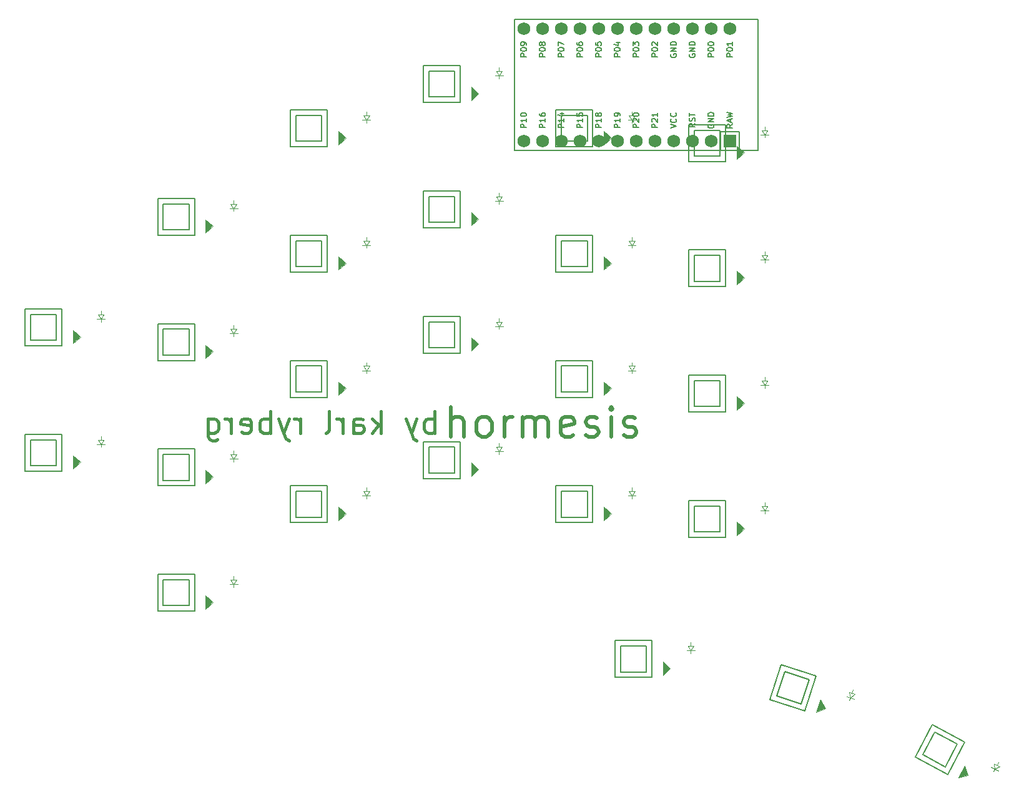
<source format=gbr>
%TF.GenerationSoftware,KiCad,Pcbnew,9.0.6*%
%TF.CreationDate,2025-11-02T21:14:00+01:00*%
%TF.ProjectId,main_pcb,6d61696e-5f70-4636-922e-6b696361645f,v1.0.0*%
%TF.SameCoordinates,Original*%
%TF.FileFunction,Legend,Top*%
%TF.FilePolarity,Positive*%
%FSLAX46Y46*%
G04 Gerber Fmt 4.6, Leading zero omitted, Abs format (unit mm)*
G04 Created by KiCad (PCBNEW 9.0.6) date 2025-11-02 21:14:00*
%MOMM*%
%LPD*%
G01*
G04 APERTURE LIST*
%ADD10C,0.500000*%
%ADD11C,0.400000*%
%ADD12C,0.150000*%
%ADD13C,0.100000*%
%ADD14R,1.752600X1.752600*%
%ADD15C,1.752600*%
G04 APERTURE END LIST*
D10*
X137281327Y-133824476D02*
X137281327Y-129824476D01*
X138995613Y-133824476D02*
X138995613Y-131729238D01*
X138995613Y-131729238D02*
X138805137Y-131348285D01*
X138805137Y-131348285D02*
X138424185Y-131157809D01*
X138424185Y-131157809D02*
X137852756Y-131157809D01*
X137852756Y-131157809D02*
X137471804Y-131348285D01*
X137471804Y-131348285D02*
X137281327Y-131538761D01*
X141471804Y-133824476D02*
X141090852Y-133634000D01*
X141090852Y-133634000D02*
X140900375Y-133443523D01*
X140900375Y-133443523D02*
X140709899Y-133062571D01*
X140709899Y-133062571D02*
X140709899Y-131919714D01*
X140709899Y-131919714D02*
X140900375Y-131538761D01*
X140900375Y-131538761D02*
X141090852Y-131348285D01*
X141090852Y-131348285D02*
X141471804Y-131157809D01*
X141471804Y-131157809D02*
X142043233Y-131157809D01*
X142043233Y-131157809D02*
X142424185Y-131348285D01*
X142424185Y-131348285D02*
X142614661Y-131538761D01*
X142614661Y-131538761D02*
X142805137Y-131919714D01*
X142805137Y-131919714D02*
X142805137Y-133062571D01*
X142805137Y-133062571D02*
X142614661Y-133443523D01*
X142614661Y-133443523D02*
X142424185Y-133634000D01*
X142424185Y-133634000D02*
X142043233Y-133824476D01*
X142043233Y-133824476D02*
X141471804Y-133824476D01*
X144519423Y-133824476D02*
X144519423Y-131157809D01*
X144519423Y-131919714D02*
X144709900Y-131538761D01*
X144709900Y-131538761D02*
X144900376Y-131348285D01*
X144900376Y-131348285D02*
X145281328Y-131157809D01*
X145281328Y-131157809D02*
X145662281Y-131157809D01*
X146995613Y-133824476D02*
X146995613Y-131157809D01*
X146995613Y-131538761D02*
X147186090Y-131348285D01*
X147186090Y-131348285D02*
X147567042Y-131157809D01*
X147567042Y-131157809D02*
X148138471Y-131157809D01*
X148138471Y-131157809D02*
X148519423Y-131348285D01*
X148519423Y-131348285D02*
X148709899Y-131729238D01*
X148709899Y-131729238D02*
X148709899Y-133824476D01*
X148709899Y-131729238D02*
X148900375Y-131348285D01*
X148900375Y-131348285D02*
X149281328Y-131157809D01*
X149281328Y-131157809D02*
X149852756Y-131157809D01*
X149852756Y-131157809D02*
X150233709Y-131348285D01*
X150233709Y-131348285D02*
X150424185Y-131729238D01*
X150424185Y-131729238D02*
X150424185Y-133824476D01*
X153852756Y-133634000D02*
X153471804Y-133824476D01*
X153471804Y-133824476D02*
X152709899Y-133824476D01*
X152709899Y-133824476D02*
X152328946Y-133634000D01*
X152328946Y-133634000D02*
X152138470Y-133253047D01*
X152138470Y-133253047D02*
X152138470Y-131729238D01*
X152138470Y-131729238D02*
X152328946Y-131348285D01*
X152328946Y-131348285D02*
X152709899Y-131157809D01*
X152709899Y-131157809D02*
X153471804Y-131157809D01*
X153471804Y-131157809D02*
X153852756Y-131348285D01*
X153852756Y-131348285D02*
X154043232Y-131729238D01*
X154043232Y-131729238D02*
X154043232Y-132110190D01*
X154043232Y-132110190D02*
X152138470Y-132491142D01*
X155567041Y-133634000D02*
X155947994Y-133824476D01*
X155947994Y-133824476D02*
X156709898Y-133824476D01*
X156709898Y-133824476D02*
X157090851Y-133634000D01*
X157090851Y-133634000D02*
X157281327Y-133253047D01*
X157281327Y-133253047D02*
X157281327Y-133062571D01*
X157281327Y-133062571D02*
X157090851Y-132681619D01*
X157090851Y-132681619D02*
X156709898Y-132491142D01*
X156709898Y-132491142D02*
X156138470Y-132491142D01*
X156138470Y-132491142D02*
X155757517Y-132300666D01*
X155757517Y-132300666D02*
X155567041Y-131919714D01*
X155567041Y-131919714D02*
X155567041Y-131729238D01*
X155567041Y-131729238D02*
X155757517Y-131348285D01*
X155757517Y-131348285D02*
X156138470Y-131157809D01*
X156138470Y-131157809D02*
X156709898Y-131157809D01*
X156709898Y-131157809D02*
X157090851Y-131348285D01*
X158995612Y-133824476D02*
X158995612Y-131157809D01*
X158995612Y-129824476D02*
X158805136Y-130014952D01*
X158805136Y-130014952D02*
X158995612Y-130205428D01*
X158995612Y-130205428D02*
X159186089Y-130014952D01*
X159186089Y-130014952D02*
X158995612Y-129824476D01*
X158995612Y-129824476D02*
X158995612Y-130205428D01*
X160709898Y-133634000D02*
X161090851Y-133824476D01*
X161090851Y-133824476D02*
X161852755Y-133824476D01*
X161852755Y-133824476D02*
X162233708Y-133634000D01*
X162233708Y-133634000D02*
X162424184Y-133253047D01*
X162424184Y-133253047D02*
X162424184Y-133062571D01*
X162424184Y-133062571D02*
X162233708Y-132681619D01*
X162233708Y-132681619D02*
X161852755Y-132491142D01*
X161852755Y-132491142D02*
X161281327Y-132491142D01*
X161281327Y-132491142D02*
X160900374Y-132300666D01*
X160900374Y-132300666D02*
X160709898Y-131919714D01*
X160709898Y-131919714D02*
X160709898Y-131729238D01*
X160709898Y-131729238D02*
X160900374Y-131348285D01*
X160900374Y-131348285D02*
X161281327Y-131157809D01*
X161281327Y-131157809D02*
X161852755Y-131157809D01*
X161852755Y-131157809D02*
X162233708Y-131348285D01*
D11*
X135022557Y-133367057D02*
X135022557Y-130367057D01*
X135022557Y-131509914D02*
X134736843Y-131367057D01*
X134736843Y-131367057D02*
X134165414Y-131367057D01*
X134165414Y-131367057D02*
X133879700Y-131509914D01*
X133879700Y-131509914D02*
X133736843Y-131652771D01*
X133736843Y-131652771D02*
X133593985Y-131938485D01*
X133593985Y-131938485D02*
X133593985Y-132795628D01*
X133593985Y-132795628D02*
X133736843Y-133081342D01*
X133736843Y-133081342D02*
X133879700Y-133224200D01*
X133879700Y-133224200D02*
X134165414Y-133367057D01*
X134165414Y-133367057D02*
X134736843Y-133367057D01*
X134736843Y-133367057D02*
X135022557Y-133224200D01*
X132593985Y-131367057D02*
X131879699Y-133367057D01*
X131165414Y-131367057D02*
X131879699Y-133367057D01*
X131879699Y-133367057D02*
X132165414Y-134081342D01*
X132165414Y-134081342D02*
X132308271Y-134224200D01*
X132308271Y-134224200D02*
X132593985Y-134367057D01*
X127736843Y-133367057D02*
X127736843Y-130367057D01*
X127451129Y-132224200D02*
X126593986Y-133367057D01*
X126593986Y-131367057D02*
X127736843Y-132509914D01*
X124022558Y-133367057D02*
X124022558Y-131795628D01*
X124022558Y-131795628D02*
X124165415Y-131509914D01*
X124165415Y-131509914D02*
X124451129Y-131367057D01*
X124451129Y-131367057D02*
X125022558Y-131367057D01*
X125022558Y-131367057D02*
X125308272Y-131509914D01*
X124022558Y-133224200D02*
X124308272Y-133367057D01*
X124308272Y-133367057D02*
X125022558Y-133367057D01*
X125022558Y-133367057D02*
X125308272Y-133224200D01*
X125308272Y-133224200D02*
X125451129Y-132938485D01*
X125451129Y-132938485D02*
X125451129Y-132652771D01*
X125451129Y-132652771D02*
X125308272Y-132367057D01*
X125308272Y-132367057D02*
X125022558Y-132224200D01*
X125022558Y-132224200D02*
X124308272Y-132224200D01*
X124308272Y-132224200D02*
X124022558Y-132081342D01*
X122593986Y-133367057D02*
X122593986Y-131367057D01*
X122593986Y-131938485D02*
X122451129Y-131652771D01*
X122451129Y-131652771D02*
X122308272Y-131509914D01*
X122308272Y-131509914D02*
X122022557Y-131367057D01*
X122022557Y-131367057D02*
X121736843Y-131367057D01*
X120308271Y-133367057D02*
X120593986Y-133224200D01*
X120593986Y-133224200D02*
X120736843Y-132938485D01*
X120736843Y-132938485D02*
X120736843Y-130367057D01*
X116879700Y-133367057D02*
X116879700Y-131367057D01*
X116879700Y-131938485D02*
X116736843Y-131652771D01*
X116736843Y-131652771D02*
X116593986Y-131509914D01*
X116593986Y-131509914D02*
X116308271Y-131367057D01*
X116308271Y-131367057D02*
X116022557Y-131367057D01*
X115308271Y-131367057D02*
X114593985Y-133367057D01*
X113879700Y-131367057D02*
X114593985Y-133367057D01*
X114593985Y-133367057D02*
X114879700Y-134081342D01*
X114879700Y-134081342D02*
X115022557Y-134224200D01*
X115022557Y-134224200D02*
X115308271Y-134367057D01*
X112736843Y-133367057D02*
X112736843Y-130367057D01*
X112736843Y-131509914D02*
X112451129Y-131367057D01*
X112451129Y-131367057D02*
X111879700Y-131367057D01*
X111879700Y-131367057D02*
X111593986Y-131509914D01*
X111593986Y-131509914D02*
X111451129Y-131652771D01*
X111451129Y-131652771D02*
X111308271Y-131938485D01*
X111308271Y-131938485D02*
X111308271Y-132795628D01*
X111308271Y-132795628D02*
X111451129Y-133081342D01*
X111451129Y-133081342D02*
X111593986Y-133224200D01*
X111593986Y-133224200D02*
X111879700Y-133367057D01*
X111879700Y-133367057D02*
X112451129Y-133367057D01*
X112451129Y-133367057D02*
X112736843Y-133224200D01*
X108879700Y-133224200D02*
X109165414Y-133367057D01*
X109165414Y-133367057D02*
X109736843Y-133367057D01*
X109736843Y-133367057D02*
X110022557Y-133224200D01*
X110022557Y-133224200D02*
X110165414Y-132938485D01*
X110165414Y-132938485D02*
X110165414Y-131795628D01*
X110165414Y-131795628D02*
X110022557Y-131509914D01*
X110022557Y-131509914D02*
X109736843Y-131367057D01*
X109736843Y-131367057D02*
X109165414Y-131367057D01*
X109165414Y-131367057D02*
X108879700Y-131509914D01*
X108879700Y-131509914D02*
X108736843Y-131795628D01*
X108736843Y-131795628D02*
X108736843Y-132081342D01*
X108736843Y-132081342D02*
X110165414Y-132367057D01*
X107451128Y-133367057D02*
X107451128Y-131367057D01*
X107451128Y-131938485D02*
X107308271Y-131652771D01*
X107308271Y-131652771D02*
X107165414Y-131509914D01*
X107165414Y-131509914D02*
X106879699Y-131367057D01*
X106879699Y-131367057D02*
X106593985Y-131367057D01*
X104308271Y-131367057D02*
X104308271Y-133795628D01*
X104308271Y-133795628D02*
X104451128Y-134081342D01*
X104451128Y-134081342D02*
X104593985Y-134224200D01*
X104593985Y-134224200D02*
X104879699Y-134367057D01*
X104879699Y-134367057D02*
X105308271Y-134367057D01*
X105308271Y-134367057D02*
X105593985Y-134224200D01*
X104308271Y-133224200D02*
X104593985Y-133367057D01*
X104593985Y-133367057D02*
X105165413Y-133367057D01*
X105165413Y-133367057D02*
X105451128Y-133224200D01*
X105451128Y-133224200D02*
X105593985Y-133081342D01*
X105593985Y-133081342D02*
X105736842Y-132795628D01*
X105736842Y-132795628D02*
X105736842Y-131938485D01*
X105736842Y-131938485D02*
X105593985Y-131652771D01*
X105593985Y-131652771D02*
X105451128Y-131509914D01*
X105451128Y-131509914D02*
X105165413Y-131367057D01*
X105165413Y-131367057D02*
X104593985Y-131367057D01*
X104593985Y-131367057D02*
X104308271Y-131509914D01*
D12*
X172902295Y-82291428D02*
X172102295Y-82291428D01*
X172102295Y-82291428D02*
X172102295Y-81986666D01*
X172102295Y-81986666D02*
X172140390Y-81910476D01*
X172140390Y-81910476D02*
X172178485Y-81872381D01*
X172178485Y-81872381D02*
X172254676Y-81834285D01*
X172254676Y-81834285D02*
X172368961Y-81834285D01*
X172368961Y-81834285D02*
X172445152Y-81872381D01*
X172445152Y-81872381D02*
X172483247Y-81910476D01*
X172483247Y-81910476D02*
X172521342Y-81986666D01*
X172521342Y-81986666D02*
X172521342Y-82291428D01*
X172102295Y-81339047D02*
X172102295Y-81262857D01*
X172102295Y-81262857D02*
X172140390Y-81186666D01*
X172140390Y-81186666D02*
X172178485Y-81148571D01*
X172178485Y-81148571D02*
X172254676Y-81110476D01*
X172254676Y-81110476D02*
X172407057Y-81072381D01*
X172407057Y-81072381D02*
X172597533Y-81072381D01*
X172597533Y-81072381D02*
X172749914Y-81110476D01*
X172749914Y-81110476D02*
X172826104Y-81148571D01*
X172826104Y-81148571D02*
X172864200Y-81186666D01*
X172864200Y-81186666D02*
X172902295Y-81262857D01*
X172902295Y-81262857D02*
X172902295Y-81339047D01*
X172902295Y-81339047D02*
X172864200Y-81415238D01*
X172864200Y-81415238D02*
X172826104Y-81453333D01*
X172826104Y-81453333D02*
X172749914Y-81491428D01*
X172749914Y-81491428D02*
X172597533Y-81529524D01*
X172597533Y-81529524D02*
X172407057Y-81529524D01*
X172407057Y-81529524D02*
X172254676Y-81491428D01*
X172254676Y-81491428D02*
X172178485Y-81453333D01*
X172178485Y-81453333D02*
X172140390Y-81415238D01*
X172140390Y-81415238D02*
X172102295Y-81339047D01*
X172102295Y-80577142D02*
X172102295Y-80500952D01*
X172102295Y-80500952D02*
X172140390Y-80424761D01*
X172140390Y-80424761D02*
X172178485Y-80386666D01*
X172178485Y-80386666D02*
X172254676Y-80348571D01*
X172254676Y-80348571D02*
X172407057Y-80310476D01*
X172407057Y-80310476D02*
X172597533Y-80310476D01*
X172597533Y-80310476D02*
X172749914Y-80348571D01*
X172749914Y-80348571D02*
X172826104Y-80386666D01*
X172826104Y-80386666D02*
X172864200Y-80424761D01*
X172864200Y-80424761D02*
X172902295Y-80500952D01*
X172902295Y-80500952D02*
X172902295Y-80577142D01*
X172902295Y-80577142D02*
X172864200Y-80653333D01*
X172864200Y-80653333D02*
X172826104Y-80691428D01*
X172826104Y-80691428D02*
X172749914Y-80729523D01*
X172749914Y-80729523D02*
X172597533Y-80767619D01*
X172597533Y-80767619D02*
X172407057Y-80767619D01*
X172407057Y-80767619D02*
X172254676Y-80729523D01*
X172254676Y-80729523D02*
X172178485Y-80691428D01*
X172178485Y-80691428D02*
X172140390Y-80653333D01*
X172140390Y-80653333D02*
X172102295Y-80577142D01*
X152582295Y-91891428D02*
X151782295Y-91891428D01*
X151782295Y-91891428D02*
X151782295Y-91586666D01*
X151782295Y-91586666D02*
X151820390Y-91510476D01*
X151820390Y-91510476D02*
X151858485Y-91472381D01*
X151858485Y-91472381D02*
X151934676Y-91434285D01*
X151934676Y-91434285D02*
X152048961Y-91434285D01*
X152048961Y-91434285D02*
X152125152Y-91472381D01*
X152125152Y-91472381D02*
X152163247Y-91510476D01*
X152163247Y-91510476D02*
X152201342Y-91586666D01*
X152201342Y-91586666D02*
X152201342Y-91891428D01*
X152582295Y-90672381D02*
X152582295Y-91129524D01*
X152582295Y-90900952D02*
X151782295Y-90900952D01*
X151782295Y-90900952D02*
X151896580Y-90977143D01*
X151896580Y-90977143D02*
X151972771Y-91053333D01*
X151972771Y-91053333D02*
X152010866Y-91129524D01*
X152048961Y-89986666D02*
X152582295Y-89986666D01*
X151744200Y-90177142D02*
X152315628Y-90367619D01*
X152315628Y-90367619D02*
X152315628Y-89872380D01*
X170362295Y-91358094D02*
X169981342Y-91624761D01*
X170362295Y-91815237D02*
X169562295Y-91815237D01*
X169562295Y-91815237D02*
X169562295Y-91510475D01*
X169562295Y-91510475D02*
X169600390Y-91434285D01*
X169600390Y-91434285D02*
X169638485Y-91396190D01*
X169638485Y-91396190D02*
X169714676Y-91358094D01*
X169714676Y-91358094D02*
X169828961Y-91358094D01*
X169828961Y-91358094D02*
X169905152Y-91396190D01*
X169905152Y-91396190D02*
X169943247Y-91434285D01*
X169943247Y-91434285D02*
X169981342Y-91510475D01*
X169981342Y-91510475D02*
X169981342Y-91815237D01*
X170324200Y-91053333D02*
X170362295Y-90939047D01*
X170362295Y-90939047D02*
X170362295Y-90748571D01*
X170362295Y-90748571D02*
X170324200Y-90672380D01*
X170324200Y-90672380D02*
X170286104Y-90634285D01*
X170286104Y-90634285D02*
X170209914Y-90596190D01*
X170209914Y-90596190D02*
X170133723Y-90596190D01*
X170133723Y-90596190D02*
X170057533Y-90634285D01*
X170057533Y-90634285D02*
X170019438Y-90672380D01*
X170019438Y-90672380D02*
X169981342Y-90748571D01*
X169981342Y-90748571D02*
X169943247Y-90900952D01*
X169943247Y-90900952D02*
X169905152Y-90977142D01*
X169905152Y-90977142D02*
X169867057Y-91015237D01*
X169867057Y-91015237D02*
X169790866Y-91053333D01*
X169790866Y-91053333D02*
X169714676Y-91053333D01*
X169714676Y-91053333D02*
X169638485Y-91015237D01*
X169638485Y-91015237D02*
X169600390Y-90977142D01*
X169600390Y-90977142D02*
X169562295Y-90900952D01*
X169562295Y-90900952D02*
X169562295Y-90710475D01*
X169562295Y-90710475D02*
X169600390Y-90596190D01*
X169562295Y-90367618D02*
X169562295Y-89910475D01*
X170362295Y-90139047D02*
X169562295Y-90139047D01*
X155122295Y-91891428D02*
X154322295Y-91891428D01*
X154322295Y-91891428D02*
X154322295Y-91586666D01*
X154322295Y-91586666D02*
X154360390Y-91510476D01*
X154360390Y-91510476D02*
X154398485Y-91472381D01*
X154398485Y-91472381D02*
X154474676Y-91434285D01*
X154474676Y-91434285D02*
X154588961Y-91434285D01*
X154588961Y-91434285D02*
X154665152Y-91472381D01*
X154665152Y-91472381D02*
X154703247Y-91510476D01*
X154703247Y-91510476D02*
X154741342Y-91586666D01*
X154741342Y-91586666D02*
X154741342Y-91891428D01*
X155122295Y-90672381D02*
X155122295Y-91129524D01*
X155122295Y-90900952D02*
X154322295Y-90900952D01*
X154322295Y-90900952D02*
X154436580Y-90977143D01*
X154436580Y-90977143D02*
X154512771Y-91053333D01*
X154512771Y-91053333D02*
X154550866Y-91129524D01*
X154322295Y-89948571D02*
X154322295Y-90329523D01*
X154322295Y-90329523D02*
X154703247Y-90367619D01*
X154703247Y-90367619D02*
X154665152Y-90329523D01*
X154665152Y-90329523D02*
X154627057Y-90253333D01*
X154627057Y-90253333D02*
X154627057Y-90062857D01*
X154627057Y-90062857D02*
X154665152Y-89986666D01*
X154665152Y-89986666D02*
X154703247Y-89948571D01*
X154703247Y-89948571D02*
X154779438Y-89910476D01*
X154779438Y-89910476D02*
X154969914Y-89910476D01*
X154969914Y-89910476D02*
X155046104Y-89948571D01*
X155046104Y-89948571D02*
X155084200Y-89986666D01*
X155084200Y-89986666D02*
X155122295Y-90062857D01*
X155122295Y-90062857D02*
X155122295Y-90253333D01*
X155122295Y-90253333D02*
X155084200Y-90329523D01*
X155084200Y-90329523D02*
X155046104Y-90367619D01*
X169600390Y-81929523D02*
X169562295Y-82005713D01*
X169562295Y-82005713D02*
X169562295Y-82119999D01*
X169562295Y-82119999D02*
X169600390Y-82234285D01*
X169600390Y-82234285D02*
X169676580Y-82310475D01*
X169676580Y-82310475D02*
X169752771Y-82348570D01*
X169752771Y-82348570D02*
X169905152Y-82386666D01*
X169905152Y-82386666D02*
X170019438Y-82386666D01*
X170019438Y-82386666D02*
X170171819Y-82348570D01*
X170171819Y-82348570D02*
X170248009Y-82310475D01*
X170248009Y-82310475D02*
X170324200Y-82234285D01*
X170324200Y-82234285D02*
X170362295Y-82119999D01*
X170362295Y-82119999D02*
X170362295Y-82043808D01*
X170362295Y-82043808D02*
X170324200Y-81929523D01*
X170324200Y-81929523D02*
X170286104Y-81891427D01*
X170286104Y-81891427D02*
X170019438Y-81891427D01*
X170019438Y-81891427D02*
X170019438Y-82043808D01*
X170362295Y-81548570D02*
X169562295Y-81548570D01*
X169562295Y-81548570D02*
X170362295Y-81091427D01*
X170362295Y-81091427D02*
X169562295Y-81091427D01*
X170362295Y-80710475D02*
X169562295Y-80710475D01*
X169562295Y-80710475D02*
X169562295Y-80519999D01*
X169562295Y-80519999D02*
X169600390Y-80405713D01*
X169600390Y-80405713D02*
X169676580Y-80329523D01*
X169676580Y-80329523D02*
X169752771Y-80291428D01*
X169752771Y-80291428D02*
X169905152Y-80253332D01*
X169905152Y-80253332D02*
X170019438Y-80253332D01*
X170019438Y-80253332D02*
X170171819Y-80291428D01*
X170171819Y-80291428D02*
X170248009Y-80329523D01*
X170248009Y-80329523D02*
X170324200Y-80405713D01*
X170324200Y-80405713D02*
X170362295Y-80519999D01*
X170362295Y-80519999D02*
X170362295Y-80710475D01*
X175442295Y-91472380D02*
X175061342Y-91739047D01*
X175442295Y-91929523D02*
X174642295Y-91929523D01*
X174642295Y-91929523D02*
X174642295Y-91624761D01*
X174642295Y-91624761D02*
X174680390Y-91548571D01*
X174680390Y-91548571D02*
X174718485Y-91510476D01*
X174718485Y-91510476D02*
X174794676Y-91472380D01*
X174794676Y-91472380D02*
X174908961Y-91472380D01*
X174908961Y-91472380D02*
X174985152Y-91510476D01*
X174985152Y-91510476D02*
X175023247Y-91548571D01*
X175023247Y-91548571D02*
X175061342Y-91624761D01*
X175061342Y-91624761D02*
X175061342Y-91929523D01*
X175213723Y-91167619D02*
X175213723Y-90786666D01*
X175442295Y-91243809D02*
X174642295Y-90977142D01*
X174642295Y-90977142D02*
X175442295Y-90710476D01*
X174642295Y-90520000D02*
X175442295Y-90329524D01*
X175442295Y-90329524D02*
X174870866Y-90177143D01*
X174870866Y-90177143D02*
X175442295Y-90024762D01*
X175442295Y-90024762D02*
X174642295Y-89834286D01*
X165282295Y-91891428D02*
X164482295Y-91891428D01*
X164482295Y-91891428D02*
X164482295Y-91586666D01*
X164482295Y-91586666D02*
X164520390Y-91510476D01*
X164520390Y-91510476D02*
X164558485Y-91472381D01*
X164558485Y-91472381D02*
X164634676Y-91434285D01*
X164634676Y-91434285D02*
X164748961Y-91434285D01*
X164748961Y-91434285D02*
X164825152Y-91472381D01*
X164825152Y-91472381D02*
X164863247Y-91510476D01*
X164863247Y-91510476D02*
X164901342Y-91586666D01*
X164901342Y-91586666D02*
X164901342Y-91891428D01*
X164558485Y-91129524D02*
X164520390Y-91091428D01*
X164520390Y-91091428D02*
X164482295Y-91015238D01*
X164482295Y-91015238D02*
X164482295Y-90824762D01*
X164482295Y-90824762D02*
X164520390Y-90748571D01*
X164520390Y-90748571D02*
X164558485Y-90710476D01*
X164558485Y-90710476D02*
X164634676Y-90672381D01*
X164634676Y-90672381D02*
X164710866Y-90672381D01*
X164710866Y-90672381D02*
X164825152Y-90710476D01*
X164825152Y-90710476D02*
X165282295Y-91167619D01*
X165282295Y-91167619D02*
X165282295Y-90672381D01*
X165282295Y-89910476D02*
X165282295Y-90367619D01*
X165282295Y-90139047D02*
X164482295Y-90139047D01*
X164482295Y-90139047D02*
X164596580Y-90215238D01*
X164596580Y-90215238D02*
X164672771Y-90291428D01*
X164672771Y-90291428D02*
X164710866Y-90367619D01*
X147502295Y-82291428D02*
X146702295Y-82291428D01*
X146702295Y-82291428D02*
X146702295Y-81986666D01*
X146702295Y-81986666D02*
X146740390Y-81910476D01*
X146740390Y-81910476D02*
X146778485Y-81872381D01*
X146778485Y-81872381D02*
X146854676Y-81834285D01*
X146854676Y-81834285D02*
X146968961Y-81834285D01*
X146968961Y-81834285D02*
X147045152Y-81872381D01*
X147045152Y-81872381D02*
X147083247Y-81910476D01*
X147083247Y-81910476D02*
X147121342Y-81986666D01*
X147121342Y-81986666D02*
X147121342Y-82291428D01*
X146702295Y-81339047D02*
X146702295Y-81262857D01*
X146702295Y-81262857D02*
X146740390Y-81186666D01*
X146740390Y-81186666D02*
X146778485Y-81148571D01*
X146778485Y-81148571D02*
X146854676Y-81110476D01*
X146854676Y-81110476D02*
X147007057Y-81072381D01*
X147007057Y-81072381D02*
X147197533Y-81072381D01*
X147197533Y-81072381D02*
X147349914Y-81110476D01*
X147349914Y-81110476D02*
X147426104Y-81148571D01*
X147426104Y-81148571D02*
X147464200Y-81186666D01*
X147464200Y-81186666D02*
X147502295Y-81262857D01*
X147502295Y-81262857D02*
X147502295Y-81339047D01*
X147502295Y-81339047D02*
X147464200Y-81415238D01*
X147464200Y-81415238D02*
X147426104Y-81453333D01*
X147426104Y-81453333D02*
X147349914Y-81491428D01*
X147349914Y-81491428D02*
X147197533Y-81529524D01*
X147197533Y-81529524D02*
X147007057Y-81529524D01*
X147007057Y-81529524D02*
X146854676Y-81491428D01*
X146854676Y-81491428D02*
X146778485Y-81453333D01*
X146778485Y-81453333D02*
X146740390Y-81415238D01*
X146740390Y-81415238D02*
X146702295Y-81339047D01*
X147502295Y-80691428D02*
X147502295Y-80539047D01*
X147502295Y-80539047D02*
X147464200Y-80462857D01*
X147464200Y-80462857D02*
X147426104Y-80424761D01*
X147426104Y-80424761D02*
X147311819Y-80348571D01*
X147311819Y-80348571D02*
X147159438Y-80310476D01*
X147159438Y-80310476D02*
X146854676Y-80310476D01*
X146854676Y-80310476D02*
X146778485Y-80348571D01*
X146778485Y-80348571D02*
X146740390Y-80386666D01*
X146740390Y-80386666D02*
X146702295Y-80462857D01*
X146702295Y-80462857D02*
X146702295Y-80615238D01*
X146702295Y-80615238D02*
X146740390Y-80691428D01*
X146740390Y-80691428D02*
X146778485Y-80729523D01*
X146778485Y-80729523D02*
X146854676Y-80767619D01*
X146854676Y-80767619D02*
X147045152Y-80767619D01*
X147045152Y-80767619D02*
X147121342Y-80729523D01*
X147121342Y-80729523D02*
X147159438Y-80691428D01*
X147159438Y-80691428D02*
X147197533Y-80615238D01*
X147197533Y-80615238D02*
X147197533Y-80462857D01*
X147197533Y-80462857D02*
X147159438Y-80386666D01*
X147159438Y-80386666D02*
X147121342Y-80348571D01*
X147121342Y-80348571D02*
X147045152Y-80310476D01*
X160202295Y-91891428D02*
X159402295Y-91891428D01*
X159402295Y-91891428D02*
X159402295Y-91586666D01*
X159402295Y-91586666D02*
X159440390Y-91510476D01*
X159440390Y-91510476D02*
X159478485Y-91472381D01*
X159478485Y-91472381D02*
X159554676Y-91434285D01*
X159554676Y-91434285D02*
X159668961Y-91434285D01*
X159668961Y-91434285D02*
X159745152Y-91472381D01*
X159745152Y-91472381D02*
X159783247Y-91510476D01*
X159783247Y-91510476D02*
X159821342Y-91586666D01*
X159821342Y-91586666D02*
X159821342Y-91891428D01*
X160202295Y-90672381D02*
X160202295Y-91129524D01*
X160202295Y-90900952D02*
X159402295Y-90900952D01*
X159402295Y-90900952D02*
X159516580Y-90977143D01*
X159516580Y-90977143D02*
X159592771Y-91053333D01*
X159592771Y-91053333D02*
X159630866Y-91129524D01*
X160202295Y-90291428D02*
X160202295Y-90139047D01*
X160202295Y-90139047D02*
X160164200Y-90062857D01*
X160164200Y-90062857D02*
X160126104Y-90024761D01*
X160126104Y-90024761D02*
X160011819Y-89948571D01*
X160011819Y-89948571D02*
X159859438Y-89910476D01*
X159859438Y-89910476D02*
X159554676Y-89910476D01*
X159554676Y-89910476D02*
X159478485Y-89948571D01*
X159478485Y-89948571D02*
X159440390Y-89986666D01*
X159440390Y-89986666D02*
X159402295Y-90062857D01*
X159402295Y-90062857D02*
X159402295Y-90215238D01*
X159402295Y-90215238D02*
X159440390Y-90291428D01*
X159440390Y-90291428D02*
X159478485Y-90329523D01*
X159478485Y-90329523D02*
X159554676Y-90367619D01*
X159554676Y-90367619D02*
X159745152Y-90367619D01*
X159745152Y-90367619D02*
X159821342Y-90329523D01*
X159821342Y-90329523D02*
X159859438Y-90291428D01*
X159859438Y-90291428D02*
X159897533Y-90215238D01*
X159897533Y-90215238D02*
X159897533Y-90062857D01*
X159897533Y-90062857D02*
X159859438Y-89986666D01*
X159859438Y-89986666D02*
X159821342Y-89948571D01*
X159821342Y-89948571D02*
X159745152Y-89910476D01*
X172140390Y-91529523D02*
X172102295Y-91605713D01*
X172102295Y-91605713D02*
X172102295Y-91719999D01*
X172102295Y-91719999D02*
X172140390Y-91834285D01*
X172140390Y-91834285D02*
X172216580Y-91910475D01*
X172216580Y-91910475D02*
X172292771Y-91948570D01*
X172292771Y-91948570D02*
X172445152Y-91986666D01*
X172445152Y-91986666D02*
X172559438Y-91986666D01*
X172559438Y-91986666D02*
X172711819Y-91948570D01*
X172711819Y-91948570D02*
X172788009Y-91910475D01*
X172788009Y-91910475D02*
X172864200Y-91834285D01*
X172864200Y-91834285D02*
X172902295Y-91719999D01*
X172902295Y-91719999D02*
X172902295Y-91643808D01*
X172902295Y-91643808D02*
X172864200Y-91529523D01*
X172864200Y-91529523D02*
X172826104Y-91491427D01*
X172826104Y-91491427D02*
X172559438Y-91491427D01*
X172559438Y-91491427D02*
X172559438Y-91643808D01*
X172902295Y-91148570D02*
X172102295Y-91148570D01*
X172102295Y-91148570D02*
X172902295Y-90691427D01*
X172902295Y-90691427D02*
X172102295Y-90691427D01*
X172902295Y-90310475D02*
X172102295Y-90310475D01*
X172102295Y-90310475D02*
X172102295Y-90119999D01*
X172102295Y-90119999D02*
X172140390Y-90005713D01*
X172140390Y-90005713D02*
X172216580Y-89929523D01*
X172216580Y-89929523D02*
X172292771Y-89891428D01*
X172292771Y-89891428D02*
X172445152Y-89853332D01*
X172445152Y-89853332D02*
X172559438Y-89853332D01*
X172559438Y-89853332D02*
X172711819Y-89891428D01*
X172711819Y-89891428D02*
X172788009Y-89929523D01*
X172788009Y-89929523D02*
X172864200Y-90005713D01*
X172864200Y-90005713D02*
X172902295Y-90119999D01*
X172902295Y-90119999D02*
X172902295Y-90310475D01*
X167022295Y-91986666D02*
X167822295Y-91719999D01*
X167822295Y-91719999D02*
X167022295Y-91453333D01*
X167746104Y-90729523D02*
X167784200Y-90767619D01*
X167784200Y-90767619D02*
X167822295Y-90881904D01*
X167822295Y-90881904D02*
X167822295Y-90958095D01*
X167822295Y-90958095D02*
X167784200Y-91072381D01*
X167784200Y-91072381D02*
X167708009Y-91148571D01*
X167708009Y-91148571D02*
X167631819Y-91186666D01*
X167631819Y-91186666D02*
X167479438Y-91224762D01*
X167479438Y-91224762D02*
X167365152Y-91224762D01*
X167365152Y-91224762D02*
X167212771Y-91186666D01*
X167212771Y-91186666D02*
X167136580Y-91148571D01*
X167136580Y-91148571D02*
X167060390Y-91072381D01*
X167060390Y-91072381D02*
X167022295Y-90958095D01*
X167022295Y-90958095D02*
X167022295Y-90881904D01*
X167022295Y-90881904D02*
X167060390Y-90767619D01*
X167060390Y-90767619D02*
X167098485Y-90729523D01*
X167746104Y-89929523D02*
X167784200Y-89967619D01*
X167784200Y-89967619D02*
X167822295Y-90081904D01*
X167822295Y-90081904D02*
X167822295Y-90158095D01*
X167822295Y-90158095D02*
X167784200Y-90272381D01*
X167784200Y-90272381D02*
X167708009Y-90348571D01*
X167708009Y-90348571D02*
X167631819Y-90386666D01*
X167631819Y-90386666D02*
X167479438Y-90424762D01*
X167479438Y-90424762D02*
X167365152Y-90424762D01*
X167365152Y-90424762D02*
X167212771Y-90386666D01*
X167212771Y-90386666D02*
X167136580Y-90348571D01*
X167136580Y-90348571D02*
X167060390Y-90272381D01*
X167060390Y-90272381D02*
X167022295Y-90158095D01*
X167022295Y-90158095D02*
X167022295Y-90081904D01*
X167022295Y-90081904D02*
X167060390Y-89967619D01*
X167060390Y-89967619D02*
X167098485Y-89929523D01*
X162742295Y-91891428D02*
X161942295Y-91891428D01*
X161942295Y-91891428D02*
X161942295Y-91586666D01*
X161942295Y-91586666D02*
X161980390Y-91510476D01*
X161980390Y-91510476D02*
X162018485Y-91472381D01*
X162018485Y-91472381D02*
X162094676Y-91434285D01*
X162094676Y-91434285D02*
X162208961Y-91434285D01*
X162208961Y-91434285D02*
X162285152Y-91472381D01*
X162285152Y-91472381D02*
X162323247Y-91510476D01*
X162323247Y-91510476D02*
X162361342Y-91586666D01*
X162361342Y-91586666D02*
X162361342Y-91891428D01*
X162018485Y-91129524D02*
X161980390Y-91091428D01*
X161980390Y-91091428D02*
X161942295Y-91015238D01*
X161942295Y-91015238D02*
X161942295Y-90824762D01*
X161942295Y-90824762D02*
X161980390Y-90748571D01*
X161980390Y-90748571D02*
X162018485Y-90710476D01*
X162018485Y-90710476D02*
X162094676Y-90672381D01*
X162094676Y-90672381D02*
X162170866Y-90672381D01*
X162170866Y-90672381D02*
X162285152Y-90710476D01*
X162285152Y-90710476D02*
X162742295Y-91167619D01*
X162742295Y-91167619D02*
X162742295Y-90672381D01*
X161942295Y-90177142D02*
X161942295Y-90100952D01*
X161942295Y-90100952D02*
X161980390Y-90024761D01*
X161980390Y-90024761D02*
X162018485Y-89986666D01*
X162018485Y-89986666D02*
X162094676Y-89948571D01*
X162094676Y-89948571D02*
X162247057Y-89910476D01*
X162247057Y-89910476D02*
X162437533Y-89910476D01*
X162437533Y-89910476D02*
X162589914Y-89948571D01*
X162589914Y-89948571D02*
X162666104Y-89986666D01*
X162666104Y-89986666D02*
X162704200Y-90024761D01*
X162704200Y-90024761D02*
X162742295Y-90100952D01*
X162742295Y-90100952D02*
X162742295Y-90177142D01*
X162742295Y-90177142D02*
X162704200Y-90253333D01*
X162704200Y-90253333D02*
X162666104Y-90291428D01*
X162666104Y-90291428D02*
X162589914Y-90329523D01*
X162589914Y-90329523D02*
X162437533Y-90367619D01*
X162437533Y-90367619D02*
X162247057Y-90367619D01*
X162247057Y-90367619D02*
X162094676Y-90329523D01*
X162094676Y-90329523D02*
X162018485Y-90291428D01*
X162018485Y-90291428D02*
X161980390Y-90253333D01*
X161980390Y-90253333D02*
X161942295Y-90177142D01*
X157662295Y-91891428D02*
X156862295Y-91891428D01*
X156862295Y-91891428D02*
X156862295Y-91586666D01*
X156862295Y-91586666D02*
X156900390Y-91510476D01*
X156900390Y-91510476D02*
X156938485Y-91472381D01*
X156938485Y-91472381D02*
X157014676Y-91434285D01*
X157014676Y-91434285D02*
X157128961Y-91434285D01*
X157128961Y-91434285D02*
X157205152Y-91472381D01*
X157205152Y-91472381D02*
X157243247Y-91510476D01*
X157243247Y-91510476D02*
X157281342Y-91586666D01*
X157281342Y-91586666D02*
X157281342Y-91891428D01*
X157662295Y-90672381D02*
X157662295Y-91129524D01*
X157662295Y-90900952D02*
X156862295Y-90900952D01*
X156862295Y-90900952D02*
X156976580Y-90977143D01*
X156976580Y-90977143D02*
X157052771Y-91053333D01*
X157052771Y-91053333D02*
X157090866Y-91129524D01*
X157205152Y-90215238D02*
X157167057Y-90291428D01*
X157167057Y-90291428D02*
X157128961Y-90329523D01*
X157128961Y-90329523D02*
X157052771Y-90367619D01*
X157052771Y-90367619D02*
X157014676Y-90367619D01*
X157014676Y-90367619D02*
X156938485Y-90329523D01*
X156938485Y-90329523D02*
X156900390Y-90291428D01*
X156900390Y-90291428D02*
X156862295Y-90215238D01*
X156862295Y-90215238D02*
X156862295Y-90062857D01*
X156862295Y-90062857D02*
X156900390Y-89986666D01*
X156900390Y-89986666D02*
X156938485Y-89948571D01*
X156938485Y-89948571D02*
X157014676Y-89910476D01*
X157014676Y-89910476D02*
X157052771Y-89910476D01*
X157052771Y-89910476D02*
X157128961Y-89948571D01*
X157128961Y-89948571D02*
X157167057Y-89986666D01*
X157167057Y-89986666D02*
X157205152Y-90062857D01*
X157205152Y-90062857D02*
X157205152Y-90215238D01*
X157205152Y-90215238D02*
X157243247Y-90291428D01*
X157243247Y-90291428D02*
X157281342Y-90329523D01*
X157281342Y-90329523D02*
X157357533Y-90367619D01*
X157357533Y-90367619D02*
X157509914Y-90367619D01*
X157509914Y-90367619D02*
X157586104Y-90329523D01*
X157586104Y-90329523D02*
X157624200Y-90291428D01*
X157624200Y-90291428D02*
X157662295Y-90215238D01*
X157662295Y-90215238D02*
X157662295Y-90062857D01*
X157662295Y-90062857D02*
X157624200Y-89986666D01*
X157624200Y-89986666D02*
X157586104Y-89948571D01*
X157586104Y-89948571D02*
X157509914Y-89910476D01*
X157509914Y-89910476D02*
X157357533Y-89910476D01*
X157357533Y-89910476D02*
X157281342Y-89948571D01*
X157281342Y-89948571D02*
X157243247Y-89986666D01*
X157243247Y-89986666D02*
X157205152Y-90062857D01*
X150042295Y-91891428D02*
X149242295Y-91891428D01*
X149242295Y-91891428D02*
X149242295Y-91586666D01*
X149242295Y-91586666D02*
X149280390Y-91510476D01*
X149280390Y-91510476D02*
X149318485Y-91472381D01*
X149318485Y-91472381D02*
X149394676Y-91434285D01*
X149394676Y-91434285D02*
X149508961Y-91434285D01*
X149508961Y-91434285D02*
X149585152Y-91472381D01*
X149585152Y-91472381D02*
X149623247Y-91510476D01*
X149623247Y-91510476D02*
X149661342Y-91586666D01*
X149661342Y-91586666D02*
X149661342Y-91891428D01*
X150042295Y-90672381D02*
X150042295Y-91129524D01*
X150042295Y-90900952D02*
X149242295Y-90900952D01*
X149242295Y-90900952D02*
X149356580Y-90977143D01*
X149356580Y-90977143D02*
X149432771Y-91053333D01*
X149432771Y-91053333D02*
X149470866Y-91129524D01*
X149242295Y-89986666D02*
X149242295Y-90139047D01*
X149242295Y-90139047D02*
X149280390Y-90215238D01*
X149280390Y-90215238D02*
X149318485Y-90253333D01*
X149318485Y-90253333D02*
X149432771Y-90329523D01*
X149432771Y-90329523D02*
X149585152Y-90367619D01*
X149585152Y-90367619D02*
X149889914Y-90367619D01*
X149889914Y-90367619D02*
X149966104Y-90329523D01*
X149966104Y-90329523D02*
X150004200Y-90291428D01*
X150004200Y-90291428D02*
X150042295Y-90215238D01*
X150042295Y-90215238D02*
X150042295Y-90062857D01*
X150042295Y-90062857D02*
X150004200Y-89986666D01*
X150004200Y-89986666D02*
X149966104Y-89948571D01*
X149966104Y-89948571D02*
X149889914Y-89910476D01*
X149889914Y-89910476D02*
X149699438Y-89910476D01*
X149699438Y-89910476D02*
X149623247Y-89948571D01*
X149623247Y-89948571D02*
X149585152Y-89986666D01*
X149585152Y-89986666D02*
X149547057Y-90062857D01*
X149547057Y-90062857D02*
X149547057Y-90215238D01*
X149547057Y-90215238D02*
X149585152Y-90291428D01*
X149585152Y-90291428D02*
X149623247Y-90329523D01*
X149623247Y-90329523D02*
X149699438Y-90367619D01*
X175442295Y-82291428D02*
X174642295Y-82291428D01*
X174642295Y-82291428D02*
X174642295Y-81986666D01*
X174642295Y-81986666D02*
X174680390Y-81910476D01*
X174680390Y-81910476D02*
X174718485Y-81872381D01*
X174718485Y-81872381D02*
X174794676Y-81834285D01*
X174794676Y-81834285D02*
X174908961Y-81834285D01*
X174908961Y-81834285D02*
X174985152Y-81872381D01*
X174985152Y-81872381D02*
X175023247Y-81910476D01*
X175023247Y-81910476D02*
X175061342Y-81986666D01*
X175061342Y-81986666D02*
X175061342Y-82291428D01*
X174642295Y-81339047D02*
X174642295Y-81262857D01*
X174642295Y-81262857D02*
X174680390Y-81186666D01*
X174680390Y-81186666D02*
X174718485Y-81148571D01*
X174718485Y-81148571D02*
X174794676Y-81110476D01*
X174794676Y-81110476D02*
X174947057Y-81072381D01*
X174947057Y-81072381D02*
X175137533Y-81072381D01*
X175137533Y-81072381D02*
X175289914Y-81110476D01*
X175289914Y-81110476D02*
X175366104Y-81148571D01*
X175366104Y-81148571D02*
X175404200Y-81186666D01*
X175404200Y-81186666D02*
X175442295Y-81262857D01*
X175442295Y-81262857D02*
X175442295Y-81339047D01*
X175442295Y-81339047D02*
X175404200Y-81415238D01*
X175404200Y-81415238D02*
X175366104Y-81453333D01*
X175366104Y-81453333D02*
X175289914Y-81491428D01*
X175289914Y-81491428D02*
X175137533Y-81529524D01*
X175137533Y-81529524D02*
X174947057Y-81529524D01*
X174947057Y-81529524D02*
X174794676Y-81491428D01*
X174794676Y-81491428D02*
X174718485Y-81453333D01*
X174718485Y-81453333D02*
X174680390Y-81415238D01*
X174680390Y-81415238D02*
X174642295Y-81339047D01*
X175442295Y-80310476D02*
X175442295Y-80767619D01*
X175442295Y-80539047D02*
X174642295Y-80539047D01*
X174642295Y-80539047D02*
X174756580Y-80615238D01*
X174756580Y-80615238D02*
X174832771Y-80691428D01*
X174832771Y-80691428D02*
X174870866Y-80767619D01*
X160202295Y-82291428D02*
X159402295Y-82291428D01*
X159402295Y-82291428D02*
X159402295Y-81986666D01*
X159402295Y-81986666D02*
X159440390Y-81910476D01*
X159440390Y-81910476D02*
X159478485Y-81872381D01*
X159478485Y-81872381D02*
X159554676Y-81834285D01*
X159554676Y-81834285D02*
X159668961Y-81834285D01*
X159668961Y-81834285D02*
X159745152Y-81872381D01*
X159745152Y-81872381D02*
X159783247Y-81910476D01*
X159783247Y-81910476D02*
X159821342Y-81986666D01*
X159821342Y-81986666D02*
X159821342Y-82291428D01*
X159402295Y-81339047D02*
X159402295Y-81262857D01*
X159402295Y-81262857D02*
X159440390Y-81186666D01*
X159440390Y-81186666D02*
X159478485Y-81148571D01*
X159478485Y-81148571D02*
X159554676Y-81110476D01*
X159554676Y-81110476D02*
X159707057Y-81072381D01*
X159707057Y-81072381D02*
X159897533Y-81072381D01*
X159897533Y-81072381D02*
X160049914Y-81110476D01*
X160049914Y-81110476D02*
X160126104Y-81148571D01*
X160126104Y-81148571D02*
X160164200Y-81186666D01*
X160164200Y-81186666D02*
X160202295Y-81262857D01*
X160202295Y-81262857D02*
X160202295Y-81339047D01*
X160202295Y-81339047D02*
X160164200Y-81415238D01*
X160164200Y-81415238D02*
X160126104Y-81453333D01*
X160126104Y-81453333D02*
X160049914Y-81491428D01*
X160049914Y-81491428D02*
X159897533Y-81529524D01*
X159897533Y-81529524D02*
X159707057Y-81529524D01*
X159707057Y-81529524D02*
X159554676Y-81491428D01*
X159554676Y-81491428D02*
X159478485Y-81453333D01*
X159478485Y-81453333D02*
X159440390Y-81415238D01*
X159440390Y-81415238D02*
X159402295Y-81339047D01*
X159668961Y-80386666D02*
X160202295Y-80386666D01*
X159364200Y-80577142D02*
X159935628Y-80767619D01*
X159935628Y-80767619D02*
X159935628Y-80272380D01*
X167060390Y-81929523D02*
X167022295Y-82005713D01*
X167022295Y-82005713D02*
X167022295Y-82119999D01*
X167022295Y-82119999D02*
X167060390Y-82234285D01*
X167060390Y-82234285D02*
X167136580Y-82310475D01*
X167136580Y-82310475D02*
X167212771Y-82348570D01*
X167212771Y-82348570D02*
X167365152Y-82386666D01*
X167365152Y-82386666D02*
X167479438Y-82386666D01*
X167479438Y-82386666D02*
X167631819Y-82348570D01*
X167631819Y-82348570D02*
X167708009Y-82310475D01*
X167708009Y-82310475D02*
X167784200Y-82234285D01*
X167784200Y-82234285D02*
X167822295Y-82119999D01*
X167822295Y-82119999D02*
X167822295Y-82043808D01*
X167822295Y-82043808D02*
X167784200Y-81929523D01*
X167784200Y-81929523D02*
X167746104Y-81891427D01*
X167746104Y-81891427D02*
X167479438Y-81891427D01*
X167479438Y-81891427D02*
X167479438Y-82043808D01*
X167822295Y-81548570D02*
X167022295Y-81548570D01*
X167022295Y-81548570D02*
X167822295Y-81091427D01*
X167822295Y-81091427D02*
X167022295Y-81091427D01*
X167822295Y-80710475D02*
X167022295Y-80710475D01*
X167022295Y-80710475D02*
X167022295Y-80519999D01*
X167022295Y-80519999D02*
X167060390Y-80405713D01*
X167060390Y-80405713D02*
X167136580Y-80329523D01*
X167136580Y-80329523D02*
X167212771Y-80291428D01*
X167212771Y-80291428D02*
X167365152Y-80253332D01*
X167365152Y-80253332D02*
X167479438Y-80253332D01*
X167479438Y-80253332D02*
X167631819Y-80291428D01*
X167631819Y-80291428D02*
X167708009Y-80329523D01*
X167708009Y-80329523D02*
X167784200Y-80405713D01*
X167784200Y-80405713D02*
X167822295Y-80519999D01*
X167822295Y-80519999D02*
X167822295Y-80710475D01*
X152582295Y-82291428D02*
X151782295Y-82291428D01*
X151782295Y-82291428D02*
X151782295Y-81986666D01*
X151782295Y-81986666D02*
X151820390Y-81910476D01*
X151820390Y-81910476D02*
X151858485Y-81872381D01*
X151858485Y-81872381D02*
X151934676Y-81834285D01*
X151934676Y-81834285D02*
X152048961Y-81834285D01*
X152048961Y-81834285D02*
X152125152Y-81872381D01*
X152125152Y-81872381D02*
X152163247Y-81910476D01*
X152163247Y-81910476D02*
X152201342Y-81986666D01*
X152201342Y-81986666D02*
X152201342Y-82291428D01*
X151782295Y-81339047D02*
X151782295Y-81262857D01*
X151782295Y-81262857D02*
X151820390Y-81186666D01*
X151820390Y-81186666D02*
X151858485Y-81148571D01*
X151858485Y-81148571D02*
X151934676Y-81110476D01*
X151934676Y-81110476D02*
X152087057Y-81072381D01*
X152087057Y-81072381D02*
X152277533Y-81072381D01*
X152277533Y-81072381D02*
X152429914Y-81110476D01*
X152429914Y-81110476D02*
X152506104Y-81148571D01*
X152506104Y-81148571D02*
X152544200Y-81186666D01*
X152544200Y-81186666D02*
X152582295Y-81262857D01*
X152582295Y-81262857D02*
X152582295Y-81339047D01*
X152582295Y-81339047D02*
X152544200Y-81415238D01*
X152544200Y-81415238D02*
X152506104Y-81453333D01*
X152506104Y-81453333D02*
X152429914Y-81491428D01*
X152429914Y-81491428D02*
X152277533Y-81529524D01*
X152277533Y-81529524D02*
X152087057Y-81529524D01*
X152087057Y-81529524D02*
X151934676Y-81491428D01*
X151934676Y-81491428D02*
X151858485Y-81453333D01*
X151858485Y-81453333D02*
X151820390Y-81415238D01*
X151820390Y-81415238D02*
X151782295Y-81339047D01*
X151782295Y-80805714D02*
X151782295Y-80272380D01*
X151782295Y-80272380D02*
X152582295Y-80615238D01*
X157662295Y-82291428D02*
X156862295Y-82291428D01*
X156862295Y-82291428D02*
X156862295Y-81986666D01*
X156862295Y-81986666D02*
X156900390Y-81910476D01*
X156900390Y-81910476D02*
X156938485Y-81872381D01*
X156938485Y-81872381D02*
X157014676Y-81834285D01*
X157014676Y-81834285D02*
X157128961Y-81834285D01*
X157128961Y-81834285D02*
X157205152Y-81872381D01*
X157205152Y-81872381D02*
X157243247Y-81910476D01*
X157243247Y-81910476D02*
X157281342Y-81986666D01*
X157281342Y-81986666D02*
X157281342Y-82291428D01*
X156862295Y-81339047D02*
X156862295Y-81262857D01*
X156862295Y-81262857D02*
X156900390Y-81186666D01*
X156900390Y-81186666D02*
X156938485Y-81148571D01*
X156938485Y-81148571D02*
X157014676Y-81110476D01*
X157014676Y-81110476D02*
X157167057Y-81072381D01*
X157167057Y-81072381D02*
X157357533Y-81072381D01*
X157357533Y-81072381D02*
X157509914Y-81110476D01*
X157509914Y-81110476D02*
X157586104Y-81148571D01*
X157586104Y-81148571D02*
X157624200Y-81186666D01*
X157624200Y-81186666D02*
X157662295Y-81262857D01*
X157662295Y-81262857D02*
X157662295Y-81339047D01*
X157662295Y-81339047D02*
X157624200Y-81415238D01*
X157624200Y-81415238D02*
X157586104Y-81453333D01*
X157586104Y-81453333D02*
X157509914Y-81491428D01*
X157509914Y-81491428D02*
X157357533Y-81529524D01*
X157357533Y-81529524D02*
X157167057Y-81529524D01*
X157167057Y-81529524D02*
X157014676Y-81491428D01*
X157014676Y-81491428D02*
X156938485Y-81453333D01*
X156938485Y-81453333D02*
X156900390Y-81415238D01*
X156900390Y-81415238D02*
X156862295Y-81339047D01*
X156862295Y-80348571D02*
X156862295Y-80729523D01*
X156862295Y-80729523D02*
X157243247Y-80767619D01*
X157243247Y-80767619D02*
X157205152Y-80729523D01*
X157205152Y-80729523D02*
X157167057Y-80653333D01*
X157167057Y-80653333D02*
X157167057Y-80462857D01*
X157167057Y-80462857D02*
X157205152Y-80386666D01*
X157205152Y-80386666D02*
X157243247Y-80348571D01*
X157243247Y-80348571D02*
X157319438Y-80310476D01*
X157319438Y-80310476D02*
X157509914Y-80310476D01*
X157509914Y-80310476D02*
X157586104Y-80348571D01*
X157586104Y-80348571D02*
X157624200Y-80386666D01*
X157624200Y-80386666D02*
X157662295Y-80462857D01*
X157662295Y-80462857D02*
X157662295Y-80653333D01*
X157662295Y-80653333D02*
X157624200Y-80729523D01*
X157624200Y-80729523D02*
X157586104Y-80767619D01*
X162742295Y-82291428D02*
X161942295Y-82291428D01*
X161942295Y-82291428D02*
X161942295Y-81986666D01*
X161942295Y-81986666D02*
X161980390Y-81910476D01*
X161980390Y-81910476D02*
X162018485Y-81872381D01*
X162018485Y-81872381D02*
X162094676Y-81834285D01*
X162094676Y-81834285D02*
X162208961Y-81834285D01*
X162208961Y-81834285D02*
X162285152Y-81872381D01*
X162285152Y-81872381D02*
X162323247Y-81910476D01*
X162323247Y-81910476D02*
X162361342Y-81986666D01*
X162361342Y-81986666D02*
X162361342Y-82291428D01*
X161942295Y-81339047D02*
X161942295Y-81262857D01*
X161942295Y-81262857D02*
X161980390Y-81186666D01*
X161980390Y-81186666D02*
X162018485Y-81148571D01*
X162018485Y-81148571D02*
X162094676Y-81110476D01*
X162094676Y-81110476D02*
X162247057Y-81072381D01*
X162247057Y-81072381D02*
X162437533Y-81072381D01*
X162437533Y-81072381D02*
X162589914Y-81110476D01*
X162589914Y-81110476D02*
X162666104Y-81148571D01*
X162666104Y-81148571D02*
X162704200Y-81186666D01*
X162704200Y-81186666D02*
X162742295Y-81262857D01*
X162742295Y-81262857D02*
X162742295Y-81339047D01*
X162742295Y-81339047D02*
X162704200Y-81415238D01*
X162704200Y-81415238D02*
X162666104Y-81453333D01*
X162666104Y-81453333D02*
X162589914Y-81491428D01*
X162589914Y-81491428D02*
X162437533Y-81529524D01*
X162437533Y-81529524D02*
X162247057Y-81529524D01*
X162247057Y-81529524D02*
X162094676Y-81491428D01*
X162094676Y-81491428D02*
X162018485Y-81453333D01*
X162018485Y-81453333D02*
X161980390Y-81415238D01*
X161980390Y-81415238D02*
X161942295Y-81339047D01*
X161942295Y-80805714D02*
X161942295Y-80310476D01*
X161942295Y-80310476D02*
X162247057Y-80577142D01*
X162247057Y-80577142D02*
X162247057Y-80462857D01*
X162247057Y-80462857D02*
X162285152Y-80386666D01*
X162285152Y-80386666D02*
X162323247Y-80348571D01*
X162323247Y-80348571D02*
X162399438Y-80310476D01*
X162399438Y-80310476D02*
X162589914Y-80310476D01*
X162589914Y-80310476D02*
X162666104Y-80348571D01*
X162666104Y-80348571D02*
X162704200Y-80386666D01*
X162704200Y-80386666D02*
X162742295Y-80462857D01*
X162742295Y-80462857D02*
X162742295Y-80691428D01*
X162742295Y-80691428D02*
X162704200Y-80767619D01*
X162704200Y-80767619D02*
X162666104Y-80805714D01*
X150042295Y-82291428D02*
X149242295Y-82291428D01*
X149242295Y-82291428D02*
X149242295Y-81986666D01*
X149242295Y-81986666D02*
X149280390Y-81910476D01*
X149280390Y-81910476D02*
X149318485Y-81872381D01*
X149318485Y-81872381D02*
X149394676Y-81834285D01*
X149394676Y-81834285D02*
X149508961Y-81834285D01*
X149508961Y-81834285D02*
X149585152Y-81872381D01*
X149585152Y-81872381D02*
X149623247Y-81910476D01*
X149623247Y-81910476D02*
X149661342Y-81986666D01*
X149661342Y-81986666D02*
X149661342Y-82291428D01*
X149242295Y-81339047D02*
X149242295Y-81262857D01*
X149242295Y-81262857D02*
X149280390Y-81186666D01*
X149280390Y-81186666D02*
X149318485Y-81148571D01*
X149318485Y-81148571D02*
X149394676Y-81110476D01*
X149394676Y-81110476D02*
X149547057Y-81072381D01*
X149547057Y-81072381D02*
X149737533Y-81072381D01*
X149737533Y-81072381D02*
X149889914Y-81110476D01*
X149889914Y-81110476D02*
X149966104Y-81148571D01*
X149966104Y-81148571D02*
X150004200Y-81186666D01*
X150004200Y-81186666D02*
X150042295Y-81262857D01*
X150042295Y-81262857D02*
X150042295Y-81339047D01*
X150042295Y-81339047D02*
X150004200Y-81415238D01*
X150004200Y-81415238D02*
X149966104Y-81453333D01*
X149966104Y-81453333D02*
X149889914Y-81491428D01*
X149889914Y-81491428D02*
X149737533Y-81529524D01*
X149737533Y-81529524D02*
X149547057Y-81529524D01*
X149547057Y-81529524D02*
X149394676Y-81491428D01*
X149394676Y-81491428D02*
X149318485Y-81453333D01*
X149318485Y-81453333D02*
X149280390Y-81415238D01*
X149280390Y-81415238D02*
X149242295Y-81339047D01*
X149585152Y-80615238D02*
X149547057Y-80691428D01*
X149547057Y-80691428D02*
X149508961Y-80729523D01*
X149508961Y-80729523D02*
X149432771Y-80767619D01*
X149432771Y-80767619D02*
X149394676Y-80767619D01*
X149394676Y-80767619D02*
X149318485Y-80729523D01*
X149318485Y-80729523D02*
X149280390Y-80691428D01*
X149280390Y-80691428D02*
X149242295Y-80615238D01*
X149242295Y-80615238D02*
X149242295Y-80462857D01*
X149242295Y-80462857D02*
X149280390Y-80386666D01*
X149280390Y-80386666D02*
X149318485Y-80348571D01*
X149318485Y-80348571D02*
X149394676Y-80310476D01*
X149394676Y-80310476D02*
X149432771Y-80310476D01*
X149432771Y-80310476D02*
X149508961Y-80348571D01*
X149508961Y-80348571D02*
X149547057Y-80386666D01*
X149547057Y-80386666D02*
X149585152Y-80462857D01*
X149585152Y-80462857D02*
X149585152Y-80615238D01*
X149585152Y-80615238D02*
X149623247Y-80691428D01*
X149623247Y-80691428D02*
X149661342Y-80729523D01*
X149661342Y-80729523D02*
X149737533Y-80767619D01*
X149737533Y-80767619D02*
X149889914Y-80767619D01*
X149889914Y-80767619D02*
X149966104Y-80729523D01*
X149966104Y-80729523D02*
X150004200Y-80691428D01*
X150004200Y-80691428D02*
X150042295Y-80615238D01*
X150042295Y-80615238D02*
X150042295Y-80462857D01*
X150042295Y-80462857D02*
X150004200Y-80386666D01*
X150004200Y-80386666D02*
X149966104Y-80348571D01*
X149966104Y-80348571D02*
X149889914Y-80310476D01*
X149889914Y-80310476D02*
X149737533Y-80310476D01*
X149737533Y-80310476D02*
X149661342Y-80348571D01*
X149661342Y-80348571D02*
X149623247Y-80386666D01*
X149623247Y-80386666D02*
X149585152Y-80462857D01*
X147502295Y-91891428D02*
X146702295Y-91891428D01*
X146702295Y-91891428D02*
X146702295Y-91586666D01*
X146702295Y-91586666D02*
X146740390Y-91510476D01*
X146740390Y-91510476D02*
X146778485Y-91472381D01*
X146778485Y-91472381D02*
X146854676Y-91434285D01*
X146854676Y-91434285D02*
X146968961Y-91434285D01*
X146968961Y-91434285D02*
X147045152Y-91472381D01*
X147045152Y-91472381D02*
X147083247Y-91510476D01*
X147083247Y-91510476D02*
X147121342Y-91586666D01*
X147121342Y-91586666D02*
X147121342Y-91891428D01*
X147502295Y-90672381D02*
X147502295Y-91129524D01*
X147502295Y-90900952D02*
X146702295Y-90900952D01*
X146702295Y-90900952D02*
X146816580Y-90977143D01*
X146816580Y-90977143D02*
X146892771Y-91053333D01*
X146892771Y-91053333D02*
X146930866Y-91129524D01*
X146702295Y-90177142D02*
X146702295Y-90100952D01*
X146702295Y-90100952D02*
X146740390Y-90024761D01*
X146740390Y-90024761D02*
X146778485Y-89986666D01*
X146778485Y-89986666D02*
X146854676Y-89948571D01*
X146854676Y-89948571D02*
X147007057Y-89910476D01*
X147007057Y-89910476D02*
X147197533Y-89910476D01*
X147197533Y-89910476D02*
X147349914Y-89948571D01*
X147349914Y-89948571D02*
X147426104Y-89986666D01*
X147426104Y-89986666D02*
X147464200Y-90024761D01*
X147464200Y-90024761D02*
X147502295Y-90100952D01*
X147502295Y-90100952D02*
X147502295Y-90177142D01*
X147502295Y-90177142D02*
X147464200Y-90253333D01*
X147464200Y-90253333D02*
X147426104Y-90291428D01*
X147426104Y-90291428D02*
X147349914Y-90329523D01*
X147349914Y-90329523D02*
X147197533Y-90367619D01*
X147197533Y-90367619D02*
X147007057Y-90367619D01*
X147007057Y-90367619D02*
X146854676Y-90329523D01*
X146854676Y-90329523D02*
X146778485Y-90291428D01*
X146778485Y-90291428D02*
X146740390Y-90253333D01*
X146740390Y-90253333D02*
X146702295Y-90177142D01*
X155122295Y-82291428D02*
X154322295Y-82291428D01*
X154322295Y-82291428D02*
X154322295Y-81986666D01*
X154322295Y-81986666D02*
X154360390Y-81910476D01*
X154360390Y-81910476D02*
X154398485Y-81872381D01*
X154398485Y-81872381D02*
X154474676Y-81834285D01*
X154474676Y-81834285D02*
X154588961Y-81834285D01*
X154588961Y-81834285D02*
X154665152Y-81872381D01*
X154665152Y-81872381D02*
X154703247Y-81910476D01*
X154703247Y-81910476D02*
X154741342Y-81986666D01*
X154741342Y-81986666D02*
X154741342Y-82291428D01*
X154322295Y-81339047D02*
X154322295Y-81262857D01*
X154322295Y-81262857D02*
X154360390Y-81186666D01*
X154360390Y-81186666D02*
X154398485Y-81148571D01*
X154398485Y-81148571D02*
X154474676Y-81110476D01*
X154474676Y-81110476D02*
X154627057Y-81072381D01*
X154627057Y-81072381D02*
X154817533Y-81072381D01*
X154817533Y-81072381D02*
X154969914Y-81110476D01*
X154969914Y-81110476D02*
X155046104Y-81148571D01*
X155046104Y-81148571D02*
X155084200Y-81186666D01*
X155084200Y-81186666D02*
X155122295Y-81262857D01*
X155122295Y-81262857D02*
X155122295Y-81339047D01*
X155122295Y-81339047D02*
X155084200Y-81415238D01*
X155084200Y-81415238D02*
X155046104Y-81453333D01*
X155046104Y-81453333D02*
X154969914Y-81491428D01*
X154969914Y-81491428D02*
X154817533Y-81529524D01*
X154817533Y-81529524D02*
X154627057Y-81529524D01*
X154627057Y-81529524D02*
X154474676Y-81491428D01*
X154474676Y-81491428D02*
X154398485Y-81453333D01*
X154398485Y-81453333D02*
X154360390Y-81415238D01*
X154360390Y-81415238D02*
X154322295Y-81339047D01*
X154322295Y-80386666D02*
X154322295Y-80539047D01*
X154322295Y-80539047D02*
X154360390Y-80615238D01*
X154360390Y-80615238D02*
X154398485Y-80653333D01*
X154398485Y-80653333D02*
X154512771Y-80729523D01*
X154512771Y-80729523D02*
X154665152Y-80767619D01*
X154665152Y-80767619D02*
X154969914Y-80767619D01*
X154969914Y-80767619D02*
X155046104Y-80729523D01*
X155046104Y-80729523D02*
X155084200Y-80691428D01*
X155084200Y-80691428D02*
X155122295Y-80615238D01*
X155122295Y-80615238D02*
X155122295Y-80462857D01*
X155122295Y-80462857D02*
X155084200Y-80386666D01*
X155084200Y-80386666D02*
X155046104Y-80348571D01*
X155046104Y-80348571D02*
X154969914Y-80310476D01*
X154969914Y-80310476D02*
X154779438Y-80310476D01*
X154779438Y-80310476D02*
X154703247Y-80348571D01*
X154703247Y-80348571D02*
X154665152Y-80386666D01*
X154665152Y-80386666D02*
X154627057Y-80462857D01*
X154627057Y-80462857D02*
X154627057Y-80615238D01*
X154627057Y-80615238D02*
X154665152Y-80691428D01*
X154665152Y-80691428D02*
X154703247Y-80729523D01*
X154703247Y-80729523D02*
X154779438Y-80767619D01*
X165282295Y-82291428D02*
X164482295Y-82291428D01*
X164482295Y-82291428D02*
X164482295Y-81986666D01*
X164482295Y-81986666D02*
X164520390Y-81910476D01*
X164520390Y-81910476D02*
X164558485Y-81872381D01*
X164558485Y-81872381D02*
X164634676Y-81834285D01*
X164634676Y-81834285D02*
X164748961Y-81834285D01*
X164748961Y-81834285D02*
X164825152Y-81872381D01*
X164825152Y-81872381D02*
X164863247Y-81910476D01*
X164863247Y-81910476D02*
X164901342Y-81986666D01*
X164901342Y-81986666D02*
X164901342Y-82291428D01*
X164482295Y-81339047D02*
X164482295Y-81262857D01*
X164482295Y-81262857D02*
X164520390Y-81186666D01*
X164520390Y-81186666D02*
X164558485Y-81148571D01*
X164558485Y-81148571D02*
X164634676Y-81110476D01*
X164634676Y-81110476D02*
X164787057Y-81072381D01*
X164787057Y-81072381D02*
X164977533Y-81072381D01*
X164977533Y-81072381D02*
X165129914Y-81110476D01*
X165129914Y-81110476D02*
X165206104Y-81148571D01*
X165206104Y-81148571D02*
X165244200Y-81186666D01*
X165244200Y-81186666D02*
X165282295Y-81262857D01*
X165282295Y-81262857D02*
X165282295Y-81339047D01*
X165282295Y-81339047D02*
X165244200Y-81415238D01*
X165244200Y-81415238D02*
X165206104Y-81453333D01*
X165206104Y-81453333D02*
X165129914Y-81491428D01*
X165129914Y-81491428D02*
X164977533Y-81529524D01*
X164977533Y-81529524D02*
X164787057Y-81529524D01*
X164787057Y-81529524D02*
X164634676Y-81491428D01*
X164634676Y-81491428D02*
X164558485Y-81453333D01*
X164558485Y-81453333D02*
X164520390Y-81415238D01*
X164520390Y-81415238D02*
X164482295Y-81339047D01*
X164558485Y-80767619D02*
X164520390Y-80729523D01*
X164520390Y-80729523D02*
X164482295Y-80653333D01*
X164482295Y-80653333D02*
X164482295Y-80462857D01*
X164482295Y-80462857D02*
X164520390Y-80386666D01*
X164520390Y-80386666D02*
X164558485Y-80348571D01*
X164558485Y-80348571D02*
X164634676Y-80310476D01*
X164634676Y-80310476D02*
X164710866Y-80310476D01*
X164710866Y-80310476D02*
X164825152Y-80348571D01*
X164825152Y-80348571D02*
X165282295Y-80805714D01*
X165282295Y-80805714D02*
X165282295Y-80310476D01*
D13*
%TO.C,D5*%
X125400000Y-141250000D02*
X126200000Y-141250000D01*
X125800000Y-141250000D02*
X125800000Y-140750000D01*
X125800000Y-141850000D02*
X125250000Y-141850000D01*
X125800000Y-141850000D02*
X125400000Y-141250000D01*
X125800000Y-141850000D02*
X126350000Y-141850000D01*
X125800000Y-142250000D02*
X125800000Y-141850000D01*
X126200000Y-141250000D02*
X125800000Y-141850000D01*
%TO.C,D10*%
X143400000Y-118250000D02*
X144200000Y-118250000D01*
X143800000Y-118250000D02*
X143800000Y-117750000D01*
X143800000Y-118850000D02*
X143250000Y-118850000D01*
X143800000Y-118850000D02*
X143400000Y-118250000D01*
X143800000Y-118850000D02*
X144350000Y-118850000D01*
X143800000Y-119250000D02*
X143800000Y-118850000D01*
X144200000Y-118250000D02*
X143800000Y-118850000D01*
%TO.C,D17*%
X179400000Y-143250000D02*
X180200000Y-143250000D01*
X179800000Y-143250000D02*
X179800000Y-142750000D01*
X179800000Y-143850000D02*
X179250000Y-143850000D01*
X179800000Y-143850000D02*
X179400000Y-143250000D01*
X179800000Y-143850000D02*
X180350000Y-143850000D01*
X179800000Y-144250000D02*
X179800000Y-143850000D01*
X180200000Y-143250000D02*
X179800000Y-143850000D01*
D12*
%TO.C,LED2*%
X97500000Y-135500000D02*
X97500000Y-140500000D01*
X97500000Y-140500000D02*
X102500000Y-140500000D01*
X98250000Y-136250000D02*
X98250000Y-139750000D01*
X98250000Y-139750000D02*
X101750000Y-139750000D01*
X101750000Y-136250000D02*
X98250000Y-136250000D01*
X101750000Y-139750000D02*
X101750000Y-136250000D01*
X102500000Y-135500000D02*
X97500000Y-135500000D01*
X102500000Y-140500000D02*
X102500000Y-135500000D01*
D13*
X105000000Y-139287500D02*
X104000000Y-140200000D01*
X104000000Y-138375000D01*
X105000000Y-139287500D01*
G36*
X105000000Y-139287500D02*
G01*
X104000000Y-140200000D01*
X104000000Y-138375000D01*
X105000000Y-139287500D01*
G37*
D12*
%TO.C,LED14*%
X151500000Y-123500000D02*
X151500000Y-128500000D01*
X151500000Y-128500000D02*
X156500000Y-128500000D01*
X152250000Y-124250000D02*
X152250000Y-127750000D01*
X152250000Y-127750000D02*
X155750000Y-127750000D01*
X155750000Y-124250000D02*
X152250000Y-124250000D01*
X155750000Y-127750000D02*
X155750000Y-124250000D01*
X156500000Y-123500000D02*
X151500000Y-123500000D01*
X156500000Y-128500000D02*
X156500000Y-123500000D01*
D13*
X159000000Y-127287500D02*
X158000000Y-128200000D01*
X158000000Y-126375000D01*
X159000000Y-127287500D01*
G36*
X159000000Y-127287500D02*
G01*
X158000000Y-128200000D01*
X158000000Y-126375000D01*
X159000000Y-127287500D01*
G37*
D12*
%TO.C,LED15*%
X151500000Y-106500000D02*
X151500000Y-111500000D01*
X151500000Y-111500000D02*
X156500000Y-111500000D01*
X152250000Y-107250000D02*
X152250000Y-110750000D01*
X152250000Y-110750000D02*
X155750000Y-110750000D01*
X155750000Y-107250000D02*
X152250000Y-107250000D01*
X155750000Y-110750000D02*
X155750000Y-107250000D01*
X156500000Y-106500000D02*
X151500000Y-106500000D01*
X156500000Y-111500000D02*
X156500000Y-106500000D01*
D13*
X159000000Y-110287500D02*
X158000000Y-111200000D01*
X158000000Y-109375000D01*
X159000000Y-110287500D01*
G36*
X159000000Y-110287500D02*
G01*
X158000000Y-111200000D01*
X158000000Y-109375000D01*
X159000000Y-110287500D01*
G37*
D12*
%TO.C,LED10*%
X133500000Y-117500000D02*
X133500000Y-122500000D01*
X133500000Y-122500000D02*
X138500000Y-122500000D01*
X134250000Y-118250000D02*
X134250000Y-121750000D01*
X134250000Y-121750000D02*
X137750000Y-121750000D01*
X137750000Y-118250000D02*
X134250000Y-118250000D01*
X137750000Y-121750000D02*
X137750000Y-118250000D01*
X138500000Y-117500000D02*
X133500000Y-117500000D01*
X138500000Y-122500000D02*
X138500000Y-117500000D01*
D13*
X141000000Y-121287500D02*
X140000000Y-122200000D01*
X140000000Y-120375000D01*
X141000000Y-121287500D01*
G36*
X141000000Y-121287500D02*
G01*
X140000000Y-122200000D01*
X140000000Y-120375000D01*
X141000000Y-121287500D01*
G37*
D12*
%TO.C,LED18*%
X169500000Y-125500000D02*
X169500000Y-130500000D01*
X169500000Y-130500000D02*
X174500000Y-130500000D01*
X170250000Y-126250000D02*
X170250000Y-129750000D01*
X170250000Y-129750000D02*
X173750000Y-129750000D01*
X173750000Y-126250000D02*
X170250000Y-126250000D01*
X173750000Y-129750000D02*
X173750000Y-126250000D01*
X174500000Y-125500000D02*
X169500000Y-125500000D01*
X174500000Y-130500000D02*
X174500000Y-125500000D01*
D13*
X177000000Y-129287500D02*
X176000000Y-130200000D01*
X176000000Y-128375000D01*
X177000000Y-129287500D01*
G36*
X177000000Y-129287500D02*
G01*
X176000000Y-130200000D01*
X176000000Y-128375000D01*
X177000000Y-129287500D01*
G37*
D12*
%TO.C,LED7*%
X115500000Y-106500000D02*
X115500000Y-111500000D01*
X115500000Y-111500000D02*
X120500000Y-111500000D01*
X116250000Y-107250000D02*
X116250000Y-110750000D01*
X116250000Y-110750000D02*
X119750000Y-110750000D01*
X119750000Y-107250000D02*
X116250000Y-107250000D01*
X119750000Y-110750000D02*
X119750000Y-107250000D01*
X120500000Y-106500000D02*
X115500000Y-106500000D01*
X120500000Y-111500000D02*
X120500000Y-106500000D01*
D13*
X123000000Y-110287500D02*
X122000000Y-111200000D01*
X122000000Y-109375000D01*
X123000000Y-110287500D01*
G36*
X123000000Y-110287500D02*
G01*
X122000000Y-111200000D01*
X122000000Y-109375000D01*
X123000000Y-110287500D01*
G37*
%TO.C,D13*%
X161400000Y-141250000D02*
X162200000Y-141250000D01*
X161800000Y-141250000D02*
X161800000Y-140750000D01*
X161800000Y-141850000D02*
X161250000Y-141850000D01*
X161800000Y-141850000D02*
X161400000Y-141250000D01*
X161800000Y-141850000D02*
X162350000Y-141850000D01*
X161800000Y-142250000D02*
X161800000Y-141850000D01*
X162200000Y-141250000D02*
X161800000Y-141850000D01*
%TO.C,D3*%
X107400000Y-119250000D02*
X108200000Y-119250000D01*
X107800000Y-119250000D02*
X107800000Y-118750000D01*
X107800000Y-119850000D02*
X107250000Y-119850000D01*
X107800000Y-119850000D02*
X107400000Y-119250000D01*
X107800000Y-119850000D02*
X108350000Y-119850000D01*
X107800000Y-120250000D02*
X107800000Y-119850000D01*
X108200000Y-119250000D02*
X107800000Y-119850000D01*
%TO.C,D11*%
X143400000Y-101250000D02*
X144200000Y-101250000D01*
X143800000Y-101250000D02*
X143800000Y-100750000D01*
X143800000Y-101850000D02*
X143250000Y-101850000D01*
X143800000Y-101850000D02*
X143400000Y-101250000D01*
X143800000Y-101850000D02*
X144350000Y-101850000D01*
X143800000Y-102250000D02*
X143800000Y-101850000D01*
X144200000Y-101250000D02*
X143800000Y-101850000D01*
D12*
%TO.C,LED12*%
X133500000Y-83500000D02*
X133500000Y-88500000D01*
X133500000Y-88500000D02*
X138500000Y-88500000D01*
X134250000Y-84250000D02*
X134250000Y-87750000D01*
X134250000Y-87750000D02*
X137750000Y-87750000D01*
X137750000Y-84250000D02*
X134250000Y-84250000D01*
X137750000Y-87750000D02*
X137750000Y-84250000D01*
X138500000Y-83500000D02*
X133500000Y-83500000D01*
X138500000Y-88500000D02*
X138500000Y-83500000D01*
D13*
X141000000Y-87287500D02*
X140000000Y-88200000D01*
X140000000Y-86375000D01*
X141000000Y-87287500D01*
G36*
X141000000Y-87287500D02*
G01*
X140000000Y-88200000D01*
X140000000Y-86375000D01*
X141000000Y-87287500D01*
G37*
D12*
%TO.C,LED25*%
X200200614Y-177304006D02*
X204615352Y-179651364D01*
X201214928Y-176993899D02*
X204305245Y-178637050D01*
X202547972Y-172889268D02*
X200200614Y-177304006D01*
X202858079Y-173903582D02*
X201214928Y-176993899D01*
X204305245Y-178637050D02*
X205948396Y-175546733D01*
X204615352Y-179651364D02*
X206962710Y-175236626D01*
X205948396Y-175546733D02*
X202858079Y-173903582D01*
X206962710Y-175236626D02*
X202547972Y-172889268D01*
D13*
X207391955Y-179754469D02*
X206080615Y-180090687D01*
X206937401Y-178479308D01*
X207391955Y-179754469D01*
G36*
X207391955Y-179754469D02*
G01*
X206080615Y-180090687D01*
X206937401Y-178479308D01*
X207391955Y-179754469D01*
G37*
D12*
%TO.C,LED8*%
X115500000Y-89500000D02*
X115500000Y-94500000D01*
X115500000Y-94500000D02*
X120500000Y-94500000D01*
X116250000Y-90250000D02*
X116250000Y-93750000D01*
X116250000Y-93750000D02*
X119750000Y-93750000D01*
X119750000Y-90250000D02*
X116250000Y-90250000D01*
X119750000Y-93750000D02*
X119750000Y-90250000D01*
X120500000Y-89500000D02*
X115500000Y-89500000D01*
X120500000Y-94500000D02*
X120500000Y-89500000D01*
D13*
X123000000Y-93287500D02*
X122000000Y-94200000D01*
X122000000Y-92375000D01*
X123000000Y-93287500D01*
G36*
X123000000Y-93287500D02*
G01*
X122000000Y-94200000D01*
X122000000Y-92375000D01*
X123000000Y-93287500D01*
G37*
%TO.C,D1*%
X107400000Y-153250000D02*
X108200000Y-153250000D01*
X107800000Y-153250000D02*
X107800000Y-152750000D01*
X107800000Y-153850000D02*
X107250000Y-153850000D01*
X107800000Y-153850000D02*
X107400000Y-153250000D01*
X107800000Y-153850000D02*
X108350000Y-153850000D01*
X107800000Y-154250000D02*
X107800000Y-153850000D01*
X108200000Y-153250000D02*
X107800000Y-153850000D01*
D12*
%TO.C,LED9*%
X133500000Y-134500000D02*
X133500000Y-139500000D01*
X133500000Y-139500000D02*
X138500000Y-139500000D01*
X134250000Y-135250000D02*
X134250000Y-138750000D01*
X134250000Y-138750000D02*
X137750000Y-138750000D01*
X137750000Y-135250000D02*
X134250000Y-135250000D01*
X137750000Y-138750000D02*
X137750000Y-135250000D01*
X138500000Y-134500000D02*
X133500000Y-134500000D01*
X138500000Y-139500000D02*
X138500000Y-134500000D01*
D13*
X141000000Y-138287500D02*
X140000000Y-139200000D01*
X140000000Y-137375000D01*
X141000000Y-138287500D01*
G36*
X141000000Y-138287500D02*
G01*
X140000000Y-139200000D01*
X140000000Y-137375000D01*
X141000000Y-138287500D01*
G37*
D12*
%TO.C,LED13*%
X151500000Y-140500000D02*
X151500000Y-145500000D01*
X151500000Y-145500000D02*
X156500000Y-145500000D01*
X152250000Y-141250000D02*
X152250000Y-144750000D01*
X152250000Y-144750000D02*
X155750000Y-144750000D01*
X155750000Y-141250000D02*
X152250000Y-141250000D01*
X155750000Y-144750000D02*
X155750000Y-141250000D01*
X156500000Y-140500000D02*
X151500000Y-140500000D01*
X156500000Y-145500000D02*
X156500000Y-140500000D01*
D13*
X159000000Y-144287500D02*
X158000000Y-145200000D01*
X158000000Y-143375000D01*
X159000000Y-144287500D01*
G36*
X159000000Y-144287500D02*
G01*
X158000000Y-145200000D01*
X158000000Y-143375000D01*
X159000000Y-144287500D01*
G37*
%TO.C,D23*%
X169400000Y-162250000D02*
X170200000Y-162250000D01*
X169800000Y-162250000D02*
X169800000Y-161750000D01*
X169800000Y-162850000D02*
X169250000Y-162850000D01*
X169800000Y-162850000D02*
X169400000Y-162250000D01*
X169800000Y-162850000D02*
X170350000Y-162850000D01*
X169800000Y-163250000D02*
X169800000Y-162850000D01*
X170200000Y-162250000D02*
X169800000Y-162850000D01*
%TO.C,D19*%
X179400000Y-109250000D02*
X180200000Y-109250000D01*
X179800000Y-109250000D02*
X179800000Y-108750000D01*
X179800000Y-109850000D02*
X179250000Y-109850000D01*
X179800000Y-109850000D02*
X179400000Y-109250000D01*
X179800000Y-109850000D02*
X180350000Y-109850000D01*
X179800000Y-110250000D02*
X179800000Y-109850000D01*
X180200000Y-109250000D02*
X179800000Y-109850000D01*
D12*
%TO.C,LED24*%
X180498562Y-169509077D02*
X185253845Y-171054162D01*
X181443617Y-169027547D02*
X184772315Y-170109107D01*
X182043647Y-164753794D02*
X180498562Y-169509077D01*
X182525177Y-165698849D02*
X181443617Y-169027547D01*
X184772315Y-170109107D02*
X185853875Y-166780409D01*
X185253845Y-171054162D02*
X186798930Y-166298879D01*
X185853875Y-166780409D02*
X182525177Y-165698849D01*
X186798930Y-166298879D02*
X182043647Y-164753794D01*
D13*
X188006169Y-170673548D02*
X186773135Y-171232370D01*
X187337091Y-169496692D01*
X188006169Y-170673548D01*
G36*
X188006169Y-170673548D02*
G01*
X186773135Y-171232370D01*
X187337091Y-169496692D01*
X188006169Y-170673548D01*
G37*
D12*
%TO.C,LED1*%
X97500000Y-152500000D02*
X97500000Y-157500000D01*
X97500000Y-157500000D02*
X102500000Y-157500000D01*
X98250000Y-153250000D02*
X98250000Y-156750000D01*
X98250000Y-156750000D02*
X101750000Y-156750000D01*
X101750000Y-153250000D02*
X98250000Y-153250000D01*
X101750000Y-156750000D02*
X101750000Y-153250000D01*
X102500000Y-152500000D02*
X97500000Y-152500000D01*
X102500000Y-157500000D02*
X102500000Y-152500000D01*
D13*
X105000000Y-156287500D02*
X104000000Y-157200000D01*
X104000000Y-155375000D01*
X105000000Y-156287500D01*
G36*
X105000000Y-156287500D02*
G01*
X104000000Y-157200000D01*
X104000000Y-155375000D01*
X105000000Y-156287500D01*
G37*
D12*
%TO.C,LED22*%
X79500000Y-116500000D02*
X79500000Y-121500000D01*
X79500000Y-121500000D02*
X84500000Y-121500000D01*
X80250000Y-117250000D02*
X80250000Y-120750000D01*
X80250000Y-120750000D02*
X83750000Y-120750000D01*
X83750000Y-117250000D02*
X80250000Y-117250000D01*
X83750000Y-120750000D02*
X83750000Y-117250000D01*
X84500000Y-116500000D02*
X79500000Y-116500000D01*
X84500000Y-121500000D02*
X84500000Y-116500000D01*
D13*
X87000000Y-120287500D02*
X86000000Y-121200000D01*
X86000000Y-119375000D01*
X87000000Y-120287500D01*
G36*
X87000000Y-120287500D02*
G01*
X86000000Y-121200000D01*
X86000000Y-119375000D01*
X87000000Y-120287500D01*
G37*
D12*
%TO.C,LED4*%
X97500000Y-101500000D02*
X97500000Y-106500000D01*
X97500000Y-106500000D02*
X102500000Y-106500000D01*
X98250000Y-102250000D02*
X98250000Y-105750000D01*
X98250000Y-105750000D02*
X101750000Y-105750000D01*
X101750000Y-102250000D02*
X98250000Y-102250000D01*
X101750000Y-105750000D02*
X101750000Y-102250000D01*
X102500000Y-101500000D02*
X97500000Y-101500000D01*
X102500000Y-106500000D02*
X102500000Y-101500000D01*
D13*
X105000000Y-105287500D02*
X104000000Y-106200000D01*
X104000000Y-104375000D01*
X105000000Y-105287500D01*
G36*
X105000000Y-105287500D02*
G01*
X104000000Y-106200000D01*
X104000000Y-104375000D01*
X105000000Y-105287500D01*
G37*
%TO.C,D8*%
X125400000Y-90250000D02*
X126200000Y-90250000D01*
X125800000Y-90250000D02*
X125800000Y-89750000D01*
X125800000Y-90850000D02*
X125250000Y-90850000D01*
X125800000Y-90850000D02*
X125400000Y-90250000D01*
X125800000Y-90850000D02*
X126350000Y-90850000D01*
X125800000Y-91250000D02*
X125800000Y-90850000D01*
X126200000Y-90250000D02*
X125800000Y-90850000D01*
D12*
%TO.C,LED21*%
X79500000Y-133500000D02*
X79500000Y-138500000D01*
X79500000Y-138500000D02*
X84500000Y-138500000D01*
X80250000Y-134250000D02*
X80250000Y-137750000D01*
X80250000Y-137750000D02*
X83750000Y-137750000D01*
X83750000Y-134250000D02*
X80250000Y-134250000D01*
X83750000Y-137750000D02*
X83750000Y-134250000D01*
X84500000Y-133500000D02*
X79500000Y-133500000D01*
X84500000Y-138500000D02*
X84500000Y-133500000D01*
D13*
X87000000Y-137287500D02*
X86000000Y-138200000D01*
X86000000Y-136375000D01*
X87000000Y-137287500D01*
G36*
X87000000Y-137287500D02*
G01*
X86000000Y-138200000D01*
X86000000Y-136375000D01*
X87000000Y-137287500D01*
G37*
D12*
%TO.C,LED5*%
X115500000Y-140500000D02*
X115500000Y-145500000D01*
X115500000Y-145500000D02*
X120500000Y-145500000D01*
X116250000Y-141250000D02*
X116250000Y-144750000D01*
X116250000Y-144750000D02*
X119750000Y-144750000D01*
X119750000Y-141250000D02*
X116250000Y-141250000D01*
X119750000Y-144750000D02*
X119750000Y-141250000D01*
X120500000Y-140500000D02*
X115500000Y-140500000D01*
X120500000Y-145500000D02*
X120500000Y-140500000D01*
D13*
X123000000Y-144287500D02*
X122000000Y-145200000D01*
X122000000Y-143375000D01*
X123000000Y-144287500D01*
G36*
X123000000Y-144287500D02*
G01*
X122000000Y-145200000D01*
X122000000Y-143375000D01*
X123000000Y-144287500D01*
G37*
%TO.C,D2*%
X107400000Y-136250000D02*
X108200000Y-136250000D01*
X107800000Y-136250000D02*
X107800000Y-135750000D01*
X107800000Y-136850000D02*
X107250000Y-136850000D01*
X107800000Y-136850000D02*
X107400000Y-136250000D01*
X107800000Y-136850000D02*
X108350000Y-136850000D01*
X107800000Y-137250000D02*
X107800000Y-136850000D01*
X108200000Y-136250000D02*
X107800000Y-136850000D01*
D12*
%TO.C,LED17*%
X169500000Y-142500000D02*
X169500000Y-147500000D01*
X169500000Y-147500000D02*
X174500000Y-147500000D01*
X170250000Y-143250000D02*
X170250000Y-146750000D01*
X170250000Y-146750000D02*
X173750000Y-146750000D01*
X173750000Y-143250000D02*
X170250000Y-143250000D01*
X173750000Y-146750000D02*
X173750000Y-143250000D01*
X174500000Y-142500000D02*
X169500000Y-142500000D01*
X174500000Y-147500000D02*
X174500000Y-142500000D01*
D13*
X177000000Y-146287500D02*
X176000000Y-147200000D01*
X176000000Y-145375000D01*
X177000000Y-146287500D01*
G36*
X177000000Y-146287500D02*
G01*
X176000000Y-147200000D01*
X176000000Y-145375000D01*
X177000000Y-146287500D01*
G37*
%TO.C,D22*%
X89400000Y-117250000D02*
X90200000Y-117250000D01*
X89800000Y-117250000D02*
X89800000Y-116750000D01*
X89800000Y-117850000D02*
X89250000Y-117850000D01*
X89800000Y-117850000D02*
X89400000Y-117250000D01*
X89800000Y-117850000D02*
X90350000Y-117850000D01*
X89800000Y-118250000D02*
X89800000Y-117850000D01*
X90200000Y-117250000D02*
X89800000Y-117850000D01*
%TO.C,D15*%
X161400000Y-107250000D02*
X162200000Y-107250000D01*
X161800000Y-107250000D02*
X161800000Y-106750000D01*
X161800000Y-107850000D02*
X161250000Y-107850000D01*
X161800000Y-107850000D02*
X161400000Y-107250000D01*
X161800000Y-107850000D02*
X162350000Y-107850000D01*
X161800000Y-108250000D02*
X161800000Y-107850000D01*
X162200000Y-107250000D02*
X161800000Y-107850000D01*
%TO.C,D4*%
X107400000Y-102250000D02*
X108200000Y-102250000D01*
X107800000Y-102250000D02*
X107800000Y-101750000D01*
X107800000Y-102850000D02*
X107250000Y-102850000D01*
X107800000Y-102850000D02*
X107400000Y-102250000D01*
X107800000Y-102850000D02*
X108350000Y-102850000D01*
X107800000Y-103250000D02*
X107800000Y-102850000D01*
X108200000Y-102250000D02*
X107800000Y-102850000D01*
D12*
%TO.C,LED3*%
X97500000Y-118500000D02*
X97500000Y-123500000D01*
X97500000Y-123500000D02*
X102500000Y-123500000D01*
X98250000Y-119250000D02*
X98250000Y-122750000D01*
X98250000Y-122750000D02*
X101750000Y-122750000D01*
X101750000Y-119250000D02*
X98250000Y-119250000D01*
X101750000Y-122750000D02*
X101750000Y-119250000D01*
X102500000Y-118500000D02*
X97500000Y-118500000D01*
X102500000Y-123500000D02*
X102500000Y-118500000D01*
D13*
X105000000Y-122287500D02*
X104000000Y-123200000D01*
X104000000Y-121375000D01*
X105000000Y-122287500D01*
G36*
X105000000Y-122287500D02*
G01*
X104000000Y-123200000D01*
X104000000Y-121375000D01*
X105000000Y-122287500D01*
G37*
%TO.C,D24*%
X191227344Y-168526355D02*
X191988189Y-168773569D01*
X191298749Y-169601018D02*
X191422356Y-169220596D01*
X191422356Y-169220596D02*
X190899275Y-169050636D01*
X191422356Y-169220596D02*
X191227344Y-168526355D01*
X191422356Y-169220596D02*
X191945437Y-169390555D01*
X191607766Y-168649962D02*
X191762275Y-168174434D01*
X191988189Y-168773569D02*
X191422356Y-169220596D01*
%TO.C,D18*%
X179400000Y-126250000D02*
X180200000Y-126250000D01*
X179800000Y-126250000D02*
X179800000Y-125750000D01*
X179800000Y-126850000D02*
X179250000Y-126850000D01*
X179800000Y-126850000D02*
X179400000Y-126250000D01*
X179800000Y-126850000D02*
X180350000Y-126850000D01*
X179800000Y-127250000D02*
X179800000Y-126850000D01*
X180200000Y-126250000D02*
X179800000Y-126850000D01*
%TO.C,D25*%
X210820757Y-179269984D02*
X211008546Y-178916805D01*
X210937050Y-178199247D02*
X211643408Y-178574825D01*
X211008546Y-178916805D02*
X210522925Y-178658595D01*
X211008546Y-178916805D02*
X210937050Y-178199247D01*
X211008546Y-178916805D02*
X211494167Y-179175014D01*
X211290229Y-178387036D02*
X211524965Y-177945562D01*
X211643408Y-178574825D02*
X211008546Y-178916805D01*
%TO.C,D9*%
X143400000Y-135250000D02*
X144200000Y-135250000D01*
X143800000Y-135250000D02*
X143800000Y-134750000D01*
X143800000Y-135850000D02*
X143250000Y-135850000D01*
X143800000Y-135850000D02*
X143400000Y-135250000D01*
X143800000Y-135850000D02*
X144350000Y-135850000D01*
X143800000Y-136250000D02*
X143800000Y-135850000D01*
X144200000Y-135250000D02*
X143800000Y-135850000D01*
D12*
%TO.C,LED6*%
X115500000Y-123500000D02*
X115500000Y-128500000D01*
X115500000Y-128500000D02*
X120500000Y-128500000D01*
X116250000Y-124250000D02*
X116250000Y-127750000D01*
X116250000Y-127750000D02*
X119750000Y-127750000D01*
X119750000Y-124250000D02*
X116250000Y-124250000D01*
X119750000Y-127750000D02*
X119750000Y-124250000D01*
X120500000Y-123500000D02*
X115500000Y-123500000D01*
X120500000Y-128500000D02*
X120500000Y-123500000D01*
D13*
X123000000Y-127287500D02*
X122000000Y-128200000D01*
X122000000Y-126375000D01*
X123000000Y-127287500D01*
G36*
X123000000Y-127287500D02*
G01*
X122000000Y-128200000D01*
X122000000Y-126375000D01*
X123000000Y-127287500D01*
G37*
%TO.C,D21*%
X89400000Y-134250000D02*
X90200000Y-134250000D01*
X89800000Y-134250000D02*
X89800000Y-133750000D01*
X89800000Y-134850000D02*
X89250000Y-134850000D01*
X89800000Y-134850000D02*
X89400000Y-134250000D01*
X89800000Y-134850000D02*
X90350000Y-134850000D01*
X89800000Y-135250000D02*
X89800000Y-134850000D01*
X90200000Y-134250000D02*
X89800000Y-134850000D01*
%TO.C,D16*%
X161400000Y-90250000D02*
X162200000Y-90250000D01*
X161800000Y-90250000D02*
X161800000Y-89750000D01*
X161800000Y-90850000D02*
X161250000Y-90850000D01*
X161800000Y-90850000D02*
X161400000Y-90250000D01*
X161800000Y-90850000D02*
X162350000Y-90850000D01*
X161800000Y-91250000D02*
X161800000Y-90850000D01*
X162200000Y-90250000D02*
X161800000Y-90850000D01*
%TO.C,D14*%
X161400000Y-124250000D02*
X162200000Y-124250000D01*
X161800000Y-124250000D02*
X161800000Y-123750000D01*
X161800000Y-124850000D02*
X161250000Y-124850000D01*
X161800000Y-124850000D02*
X161400000Y-124250000D01*
X161800000Y-124850000D02*
X162350000Y-124850000D01*
X161800000Y-125250000D02*
X161800000Y-124850000D01*
X162200000Y-124250000D02*
X161800000Y-124850000D01*
%TO.C,D6*%
X125400000Y-124250000D02*
X126200000Y-124250000D01*
X125800000Y-124250000D02*
X125800000Y-123750000D01*
X125800000Y-124850000D02*
X125250000Y-124850000D01*
X125800000Y-124850000D02*
X125400000Y-124250000D01*
X125800000Y-124850000D02*
X126350000Y-124850000D01*
X125800000Y-125250000D02*
X125800000Y-124850000D01*
X126200000Y-124250000D02*
X125800000Y-124850000D01*
D12*
%TO.C,MCU1*%
X145870000Y-77230000D02*
X145870000Y-95010000D01*
X145870000Y-95010000D02*
X178890000Y-95010000D01*
X173810000Y-92470000D02*
X173810000Y-95010000D01*
X176350000Y-92470000D02*
X173810000Y-92470000D01*
X176350000Y-92470000D02*
X176350000Y-95010000D01*
X178890000Y-77230000D02*
X145870000Y-77230000D01*
X178890000Y-95010000D02*
X178890000Y-77230000D01*
%TO.C,LED16*%
X151500000Y-89500000D02*
X151500000Y-94500000D01*
X151500000Y-94500000D02*
X156500000Y-94500000D01*
X152250000Y-90250000D02*
X152250000Y-93750000D01*
X152250000Y-93750000D02*
X155750000Y-93750000D01*
X155750000Y-90250000D02*
X152250000Y-90250000D01*
X155750000Y-93750000D02*
X155750000Y-90250000D01*
X156500000Y-89500000D02*
X151500000Y-89500000D01*
X156500000Y-94500000D02*
X156500000Y-89500000D01*
D13*
X159000000Y-93287500D02*
X158000000Y-94200000D01*
X158000000Y-92375000D01*
X159000000Y-93287500D01*
G36*
X159000000Y-93287500D02*
G01*
X158000000Y-94200000D01*
X158000000Y-92375000D01*
X159000000Y-93287500D01*
G37*
%TO.C,D20*%
X179400000Y-92250000D02*
X180200000Y-92250000D01*
X179800000Y-92250000D02*
X179800000Y-91750000D01*
X179800000Y-92850000D02*
X179250000Y-92850000D01*
X179800000Y-92850000D02*
X179400000Y-92250000D01*
X179800000Y-92850000D02*
X180350000Y-92850000D01*
X179800000Y-93250000D02*
X179800000Y-92850000D01*
X180200000Y-92250000D02*
X179800000Y-92850000D01*
D12*
%TO.C,LED20*%
X169500000Y-91500000D02*
X169500000Y-96500000D01*
X169500000Y-96500000D02*
X174500000Y-96500000D01*
X170250000Y-92250000D02*
X170250000Y-95750000D01*
X170250000Y-95750000D02*
X173750000Y-95750000D01*
X173750000Y-92250000D02*
X170250000Y-92250000D01*
X173750000Y-95750000D02*
X173750000Y-92250000D01*
X174500000Y-91500000D02*
X169500000Y-91500000D01*
X174500000Y-96500000D02*
X174500000Y-91500000D01*
D13*
X177000000Y-95287500D02*
X176000000Y-96200000D01*
X176000000Y-94375000D01*
X177000000Y-95287500D01*
G36*
X177000000Y-95287500D02*
G01*
X176000000Y-96200000D01*
X176000000Y-94375000D01*
X177000000Y-95287500D01*
G37*
%TO.C,D7*%
X125400000Y-107250000D02*
X126200000Y-107250000D01*
X125800000Y-107250000D02*
X125800000Y-106750000D01*
X125800000Y-107850000D02*
X125250000Y-107850000D01*
X125800000Y-107850000D02*
X125400000Y-107250000D01*
X125800000Y-107850000D02*
X126350000Y-107850000D01*
X125800000Y-108250000D02*
X125800000Y-107850000D01*
X126200000Y-107250000D02*
X125800000Y-107850000D01*
%TO.C,D12*%
X143400000Y-84250000D02*
X144200000Y-84250000D01*
X143800000Y-84250000D02*
X143800000Y-83750000D01*
X143800000Y-84850000D02*
X143250000Y-84850000D01*
X143800000Y-84850000D02*
X143400000Y-84250000D01*
X143800000Y-84850000D02*
X144350000Y-84850000D01*
X143800000Y-85250000D02*
X143800000Y-84850000D01*
X144200000Y-84250000D02*
X143800000Y-84850000D01*
D12*
%TO.C,LED11*%
X133500000Y-100500000D02*
X133500000Y-105500000D01*
X133500000Y-105500000D02*
X138500000Y-105500000D01*
X134250000Y-101250000D02*
X134250000Y-104750000D01*
X134250000Y-104750000D02*
X137750000Y-104750000D01*
X137750000Y-101250000D02*
X134250000Y-101250000D01*
X137750000Y-104750000D02*
X137750000Y-101250000D01*
X138500000Y-100500000D02*
X133500000Y-100500000D01*
X138500000Y-105500000D02*
X138500000Y-100500000D01*
D13*
X141000000Y-104287500D02*
X140000000Y-105200000D01*
X140000000Y-103375000D01*
X141000000Y-104287500D01*
G36*
X141000000Y-104287500D02*
G01*
X140000000Y-105200000D01*
X140000000Y-103375000D01*
X141000000Y-104287500D01*
G37*
D12*
%TO.C,LED23*%
X159500000Y-161500000D02*
X159500000Y-166500000D01*
X159500000Y-166500000D02*
X164500000Y-166500000D01*
X160250000Y-162250000D02*
X160250000Y-165750000D01*
X160250000Y-165750000D02*
X163750000Y-165750000D01*
X163750000Y-162250000D02*
X160250000Y-162250000D01*
X163750000Y-165750000D02*
X163750000Y-162250000D01*
X164500000Y-161500000D02*
X159500000Y-161500000D01*
X164500000Y-166500000D02*
X164500000Y-161500000D01*
D13*
X167000000Y-165287500D02*
X166000000Y-166200000D01*
X166000000Y-164375000D01*
X167000000Y-165287500D01*
G36*
X167000000Y-165287500D02*
G01*
X166000000Y-166200000D01*
X166000000Y-164375000D01*
X167000000Y-165287500D01*
G37*
D12*
%TO.C,LED19*%
X169500000Y-108500000D02*
X169500000Y-113500000D01*
X169500000Y-113500000D02*
X174500000Y-113500000D01*
X170250000Y-109250000D02*
X170250000Y-112750000D01*
X170250000Y-112750000D02*
X173750000Y-112750000D01*
X173750000Y-109250000D02*
X170250000Y-109250000D01*
X173750000Y-112750000D02*
X173750000Y-109250000D01*
X174500000Y-108500000D02*
X169500000Y-108500000D01*
X174500000Y-113500000D02*
X174500000Y-108500000D01*
D13*
X177000000Y-112287500D02*
X176000000Y-113200000D01*
X176000000Y-111375000D01*
X177000000Y-112287500D01*
G36*
X177000000Y-112287500D02*
G01*
X176000000Y-113200000D01*
X176000000Y-111375000D01*
X177000000Y-112287500D01*
G37*
%TD*%
D14*
%TO.C,MCU1*%
X175080000Y-93740000D03*
D15*
X172540000Y-93740000D03*
X170000000Y-93740000D03*
X167460000Y-93740000D03*
X164920000Y-93740000D03*
X162380000Y-93740000D03*
X159840000Y-93740000D03*
X157300000Y-93740000D03*
X154760000Y-93740000D03*
X152220000Y-93740000D03*
X149680000Y-93740000D03*
X147140000Y-93740000D03*
X175080000Y-78500000D03*
X172540000Y-78500000D03*
X170000000Y-78500000D03*
X167460000Y-78500000D03*
X164920000Y-78500000D03*
X162380000Y-78500000D03*
X159840000Y-78500000D03*
X157300000Y-78500000D03*
X154760000Y-78500000D03*
X152220000Y-78500000D03*
X149680000Y-78500000D03*
X147140000Y-78500000D03*
%TD*%
M02*

</source>
